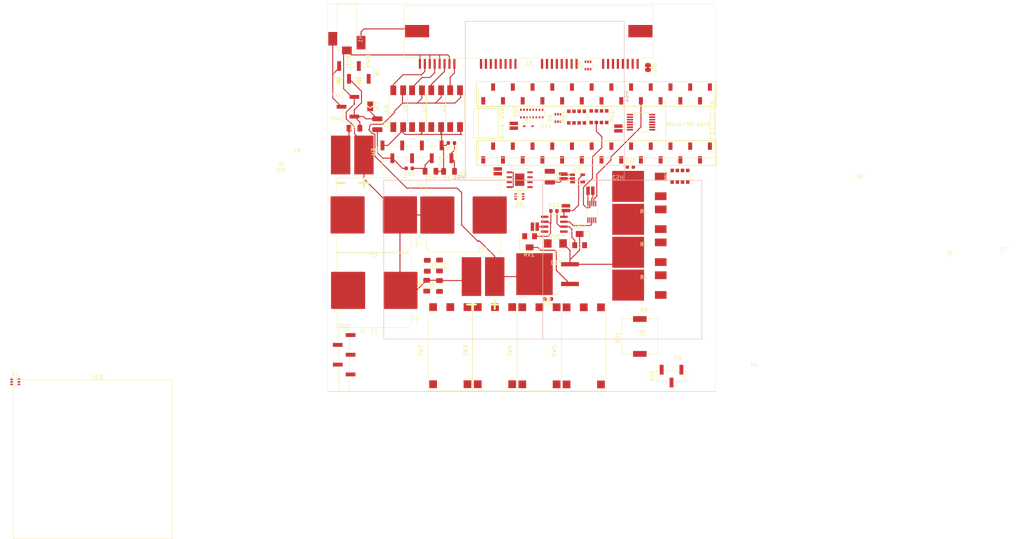
<source format=kicad_pcb>
(kicad_pcb (version 20171130) (host pcbnew "(5.1.6)-1")
  (layers (0 F.Cu mixed) (31 B.Cu mixed) (34 B.Paste user) (35 F.Paste user) (36 B.SilkS user) (37 F.SilkS user) (38 B.Mask user) (39 F.Mask user) (44 Edge.Cuts user))
  (net 0 "")
  (net 1 /Over_temp_alarm2)
  (net 2 GND)
  (net 3 /12V)
  (net 4 /-5V)
  (net 5 "Net-(C13-Pad2)")
  (net 6 /5V)
  (net 7 /-0.25V_analog)
  (net 8 "Net-(C17-Pad1)")
  (net 9 "Net-(C18-Pad2)")
  (net 10 /10V-analog)
  (net 11 /-1.8V-analog)
  (net 12 "Net-(C23-Pad2)")
  (net 13 "Net-(C23-Pad1)")
  (net 14 /3.3V)
  (net 15 /A-D_input_2)
  (net 16 /A-D_input_3)
  (net 17 /A-D_input_4)
  (net 18 "Net-(D5-Pad1)")
  (net 19 "Net-(J3-Pad23)")
  (net 20 "Net-(J3-Pad21)")
  (net 21 "Net-(J3-Pad19)")
  (net 22 /External_thermistor)
  (net 23 "Net-(J3-Pad15)")
  (net 24 "Net-(J3-Pad13)")
  (net 25 "Net-(J3-Pad11)")
  (net 26 "Net-(J3-Pad9)")
  (net 27 /LED4-)
  (net 28 /LED3-)
  (net 29 /LED2-)
  (net 30 /LED1-)
  (net 31 "Net-(JP5-Pad1)")
  (net 32 /Internal_fan_PWM)
  (net 33 "Net-(Q2-Pad1)")
  (net 34 /Toggle_red_LED)
  (net 35 /Toggle_green_LED)
  (net 36 /Resistor_temp_2)
  (net 37 "Net-(RV1-Pad3)")
  (net 38 "Net-(RV2-Pad3)")
  (net 39 /Toggle_switch)
  (net 40 "Net-(U3-Pad5)")
  (net 41 "Net-(U3-Pad3)")
  (net 42 "Net-(U4-Pad2)")
  (net 43 "Net-(U4-Pad4)")
  (net 44 "Net-(U4-Pad6)")
  (net 45 "Net-(U4-Pad7)")
  (net 46 "Net-(U5-Pad4)")
  (net 47 "Net-(U10-Pad8)")
  (net 48 "Net-(U10-Pad5)")
  (net 49 "Net-(U10-Pad1)")
  (net 50 /External_5V_PWM2)
  (net 51 /External_5V_PWM1)
  (net 52 /Over_temp_alarm1)
  (net 53 /5V_fan_PWM)
  (net 54 "Net-(M1-Pad3)")
  (net 55 "Net-(J5-Pad~)")
  (net 56 /External_5V_PWM3)
  (net 57 "Net-(J7-Pad~)")
  (net 58 /Pushbutton_LED)
  (net 59 /Vin)
  (net 60 /A-D_input)
  (net 61 /external_analog)
  (net 62 /Isense)
  (net 63 /LED-)
  (net 64 /Internal_Isense)
  (net 65 /Resistor_temp)
  (net 66 /MOSFET_temp)
  (net 67 /LED_pot)
  (net 68 /Interline_PWM)
  (net 69 /internal_analog)
  (net 70 /OA_input)
  (net 71 /Analog_select)
  (net 72 /A-D_input_1)
  (net 73 "Net-(SW2-Pad4)")
  (net 74 "Net-(SW3-Pad4)")
  (net 75 "Net-(SW4-Pad4)")
  (net 76 "Net-(SW5-Pad4)")
  (net 77 "Net-(RN4-Pad6)")
  (net 78 "Net-(RN4-Pad5)")
  (net 79 "Net-(RN4-Pad8)")
  (net 80 "Net-(RN4-Pad7)")
  (net 81 /Relay3)
  (net 82 /Relay2)
  (net 83 /Relay4)
  (net 84 /Relay1)
  (net 85 "Net-(RN2-Pad6)")
  (net 86 "Net-(RN2-Pad5)")
  (net 87 "Net-(J3-Pad27)")
  (net 88 "Net-(J3-Pad25)")
  (net 89 /Button1)
  (net 90 /Button2)
  (net 91 /Button3)
  (net 92 /Button4)
  (net 93 "Net-(SW1-Pad3)")
  (net 94 /LED1)
  (net 95 /LED2)
  (net 96 /LED3)
  (net 97 /LED4)
  (net 98 /SDA0)
  (net 99 /SCL0)
  (net 100 "Net-(RN2-Pad8)")
  (net 101 "Net-(RN2-Pad7)")
  (module Capacitor_SMD:C_1206_3216Metric (layer F.Cu) (at 43.94 56.08)
    (fp_text reference C4 (at 0 -1.82) (layer F.SilkS))
    (fp_text value 47uF)
    (pad 2 smd roundrect (at 1.4 0) (size 1.25 1.75) (layers F.Cu F.Paste F.Mask) (roundrect_rratio 0.2) (net 3 /12V))
    (pad 1 smd roundrect (at -1.4 0) (size 1.25 1.75) (layers F.Cu F.Paste F.Mask) (roundrect_rratio 0.2) (net 2 GND))
  )
  (module Resistor_SMD:R_Array_Convex_4x1206 (layer F.Cu) (at 127.85 68.47 90)
    (fp_text reference RN2 (at 0 -3.5 90) (layer F.SilkS))
    (fp_text value 150)
    (pad 6 smd rect (at 1.5 0.66 90) (size 0.9 0.9) (layers F.Cu F.Paste F.Mask) (net 85 "Net-(RN2-Pad6)"))
    (pad 5 smd rect (at 1.5 2 90) (size 0.9 0.9) (layers F.Cu F.Paste F.Mask) (net 86 "Net-(RN2-Pad5)"))
    (pad 8 smd rect (at 1.5 -2 90) (size 0.9 0.9) (layers F.Cu F.Paste F.Mask) (net 100 "Net-(RN2-Pad8)"))
    (pad 7 smd rect (at 1.5 -0.66 90) (size 0.9 0.9) (layers F.Cu F.Paste F.Mask) (net 101 "Net-(RN2-Pad7)"))
    (pad 3 smd rect (at -1.5 0.66 90) (size 0.9 0.9) (layers F.Cu F.Paste F.Mask) (net 96 /LED3))
    (pad 2 smd rect (at -1.5 -0.66 90) (size 0.9 0.9) (layers F.Cu F.Paste F.Mask) (net 95 /LED2))
    (pad 4 smd rect (at -1.5 2 90) (size 0.9 0.9) (layers F.Cu F.Paste F.Mask) (net 97 /LED4))
    (pad 1 smd rect (at -1.5 -2 90) (size 0.9 0.9) (layers F.Cu F.Paste F.Mask) (net 94 /LED1))
  )
  (module "Custom Footprints:4-pin_fan_SMD" (layer F.Cu) (at 43.81 41.685 270)
    (fp_text reference M1 (at 0 -6.14 90) (layer F.SilkS))
    (fp_text value Fan_4pin)
    (fp_text user 12V (at -3 1.3 90) (layer F.SilkS))
    (fp_text user PWM (at -3 -3.7 90) (layer F.SilkS))
    (pad 3 smd rect (at -1.655 -1.27 90) (size 2.51 1) (layers F.Cu F.Paste F.Mask) (net 54 "Net-(M1-Pad3)"))
    (pad 1 smd rect (at -1.655 3.81 90) (size 2.51 1) (layers F.Cu F.Paste F.Mask) (net 2 GND))
    (pad 4 smd rect (at 1.655 -3.81 90) (size 2.51 1) (layers F.Cu F.Paste F.Mask) (net 53 /5V_fan_PWM))
    (pad 2 smd rect (at 1.655 1.27 90) (size 2.51 1) (layers F.Cu F.Paste F.Mask) (net 3 /12V))
  )
  (module "Custom Footprints:Wire_Pad" (layer F.Cu) (at 43.39 57.99)
    (fp_text reference J2 (at 0 -2) (layer F.SilkS))
    (fp_text value Conn_01x02_Female)
    (fp_text user + (at 3 12) (layer F.SilkS) (effects (font (size 3 3) (thickness 0.5))))
    (fp_text user - (at -3 12) (layer F.SilkS) (effects (font (size 3 3) (thickness 0.5))))
    (pad 2 smd rect (at 3 5) (size 5 10) (layers F.Cu F.Paste F.Mask) (net 59 /Vin))
    (pad 1 smd rect (at -3 5) (size 5 10) (layers F.Cu F.Paste F.Mask) (net 2 GND))
  )
  (module "Custom Footprints:Wire_Pad" (layer F.Cu) (at 77.11 89.36)
    (fp_text reference JP1 (at 0 -2) (layer F.SilkS))
    (fp_text value "LED wire")
    (fp_text user + (at 3 12) (layer F.SilkS) (effects (font (size 3 3) (thickness 0.5))))
    (fp_text user - (at -3 12) (layer F.SilkS) (effects (font (size 3 3) (thickness 0.5))))
    (pad 2 smd rect (at 3 5) (size 5 10) (layers F.Cu F.Paste F.Mask) (net 63 /LED-))
    (pad 1 smd rect (at -3 5) (size 5 10) (layers F.Cu F.Paste F.Mask) (net 59 /Vin))
  )
  (module "Custom Footprints:DPBW06F-05_with_header" (layer F.Cu) (at 60.06 62.175 90)
    (fp_text reference U3 (at 0 -11.22 90) (layer F.SilkS))
    (fp_text value DPBW06F-05)
    (fp_text user Vout (at -3 6 90) (layer F.SilkS))
    (fp_text user Vin (at -3 -9 90) (layer F.SilkS))
    (pad 7 smd rect (at 1.655 6.35 90) (size 2.51 1) (layers F.Cu F.Paste F.Mask) (net 2 GND))
    (pad 5 smd rect (at 1.655 1.27 90) (size 2.51 1) (layers F.Cu F.Paste F.Mask) (net 40 "Net-(U3-Pad5)"))
    (pad 3 smd rect (at 1.655 -3.81 90) (size 2.51 1) (layers F.Cu F.Paste F.Mask) (net 41 "Net-(U3-Pad3)"))
    (pad 1 smd rect (at 1.655 -8.89 90) (size 2.51 1) (layers F.Cu F.Paste F.Mask) (net 2 GND))
    (pad 8 smd rect (at -1.655 8.89 90) (size 2.51 1) (layers F.Cu F.Paste F.Mask) (net 4 /-5V))
    (pad 6 smd rect (at -1.655 3.81 90) (size 2.51 1) (layers F.Cu F.Paste F.Mask) (net 6 /5V))
    (pad 4 smd rect (at -1.655 -1.27 90) (size 2.51 1) (layers F.Cu F.Paste F.Mask))
    (pad 2 smd rect (at -1.655 -6.35 90) (size 2.51 1) (layers F.Cu F.Paste F.Mask) (net 5 "Net-(C13-Pad2)"))
  )
  (module "Custom Footprints:12V_DC-DC_with_header_2117" (layer F.Cu) (at 42.265 50.54)
    (fp_text reference U1 (at 0 -4.87) (layer F.SilkS))
    (fp_text value "12V boost")
    (fp_text user Vout (at -3 3) (layer F.SilkS))
    (fp_text user Vin (at -3 -3) (layer F.SilkS))
    (pad 3 smd rect (at 1.655 2.54) (size 2.51 1) (layers F.Cu F.Paste F.Mask) (net 3 /12V))
    (pad 1 smd rect (at 1.655 -2.54) (size 2.51 1) (layers F.Cu F.Paste F.Mask) (net 59 /Vin))
    (pad 2 smd rect (at -1.655 0) (size 2.51 1) (layers F.Cu F.Paste F.Mask) (net 2 GND))
  )
  (module Jumper:SolderJumper-2_P1.3mm_Open_TrianglePad1.0x1.5mm (layer F.Cu) (at 48.01 50.435 270)
    (fp_text reference JP2 (at 0 -1.8 90) (layer F.SilkS))
    (fp_text value SolderJumper_2_Open)
    (pad 1 smd custom (at -0.725 0 270) (size 0.3 0.3) (layers F.Cu F.Mask) (net 59 /Vin) (options (clearance outline) (anchor rect)) (primitives (gr_poly (pts (xy -0.5 -0.75) (xy 0.5 -0.75) (xy 1 0) (xy 0.5 0.75) (xy -0.5 0.75)) (width 0))))
    (pad 2 smd custom (at 0.725 0 270) (size 0.3 0.3) (layers F.Cu F.Mask) (net 3 /12V) (options (clearance outline) (anchor rect)) (primitives (gr_poly (pts (xy -0.65 -0.75) (xy 0.5 -0.75) (xy 0.5 0.75) (xy -0.65 0.75) (xy -0.15 0)) (width 0))))
  )
  (module "Custom Footprints:Ref_only" (layer F.Cu) (at 24.84 66.38)
    (fp_text reference J10 (at 0 0.5) (layer F.SilkS))
    (fp_text value Conn_01x08_Female)
  )
  (module "Custom Footprints:Ref_only" (layer F.Cu) (at 29.19 61.33)
    (fp_text reference J9 (at 0 0.5) (layer F.SilkS))
    (fp_text value Conn_01x03_Female)
  )
  (module "Custom Footprints:Ref_only" (layer F.Cu) (at 24.84 64.88)
    (fp_text reference J6 (at 0 0.5) (layer F.SilkS))
    (fp_text value Conn_01x03_Male)
  )
  (module "Custom Footprints:Pot_with_header" (layer F.Cu) (at 125.68 120.04 90)
    (fp_text reference RV3 (at 0 -4.87 90) (layer F.SilkS))
    (fp_text value R_POT)
    (pad "" np_thru_hole circle (at 0 1.27 90) (size 1.2 1.2) (drill 1.2) (layers *.Cu *.Mask))
    (pad "" np_thru_hole circle (at 0 -1.27 90) (size 1.2 1.2) (drill 1.2) (layers *.Cu *.Mask))
    (pad 3 smd rect (at 1.655 2.54 90) (size 2.51 1) (layers F.Cu F.Paste F.Mask) (net 2 GND))
    (pad 1 smd rect (at 1.655 -2.54 90) (size 2.51 1) (layers F.Cu F.Paste F.Mask) (net 14 /3.3V))
    (pad 2 smd rect (at -1.655 0 90) (size 2.51 1) (layers F.Cu F.Paste F.Mask) (net 67 /LED_pot))
  )
  (module "Custom Footprints:Ref_only" (layer F.Cu) (at 117.72 108.93 90)
    (fp_text reference J8 (at 0 0.5 90) (layer F.SilkS))
    (fp_text value Conn_01x03_Female)
  )
  (module "Custom Footprints:1x5_header_SSM-105-L-SV-BE-LC" (layer F.Cu) (at 41.295001 114.525001)
    (fp_text reference SW1 (at 0 -7.41) (layer F.SilkS))
    (fp_text value SW_SPDT)
    (pad "" np_thru_hole circle (at 0 3.81) (size 1.2 1.2) (drill 1.2) (layers *.Cu *.Mask))
    (pad "" np_thru_hole circle (at 0 -3.81) (size 1.2 1.2) (drill 1.2) (layers *.Cu *.Mask))
    (pad 5 smd rect (at 1.655 5.08) (size 2.51 1) (layers F.Cu F.Paste F.Mask))
    (pad 3 smd rect (at 1.655 0) (size 2.51 1) (layers F.Cu F.Paste F.Mask) (net 93 "Net-(SW1-Pad3)"))
    (pad 1 smd rect (at 1.655 -5.08) (size 2.51 1) (layers F.Cu F.Paste F.Mask) (net 2 GND))
    (pad 4 smd rect (at -1.655 2.54) (size 2.51 1) (layers F.Cu F.Paste F.Mask))
    (pad 2 smd rect (at -1.655 -2.54) (size 2.51 1) (layers F.Cu F.Paste F.Mask) (net 39 /Toggle_switch))
  )
  (module "Custom Footprints:Ref_only" (layer F.Cu) (at 46.02 107.9)
    (fp_text reference J4 (at 0 0.5) (layer F.SilkS))
    (fp_text value Conn_01x05_Female)
  )
  (module "Custom Footprints:SMT-0940-T-3V-R_9x9_alarm" (layer F.Cu) (at 122.01 109.81 270)
    (fp_text reference BZ1 (at 0.38 10.08 90) (layer F.SilkS))
    (fp_text value CPT-2016-75-SMT-TR)
    (pad 2 smd rect (at 4.5 4.5 270) (size 1.5 3.5) (layers F.Cu F.Paste F.Mask) (net 1 /Over_temp_alarm2))
    (pad 1 smd rect (at -4.5 4.5 270) (size 1.5 3.5) (layers F.Cu F.Paste F.Mask) (net 52 /Over_temp_alarm1))
  )
  (module "Custom Footprints:2506_8x_R-pack" (layer F.Cu) (at 89.640001 52.3021 90)
    (fp_text reference RN3 (at 0.41 -4.21 90) (layer F.SilkS))
    (fp_text value 4.7k hide)
    (pad 1 smd rect (at -0.9779 -2.799999 90) (size 0.5588 0.4064) (layers F.Cu F.Paste F.Mask) (net 72 /A-D_input_1))
    (pad 2 smd rect (at -0.9779 -1.999999 90) (size 0.5588 0.4064) (layers F.Cu F.Paste F.Mask) (net 15 /A-D_input_2))
    (pad 3 smd rect (at -0.9779 -1.2 90) (size 0.5588 0.4064) (layers F.Cu F.Paste F.Mask) (net 16 /A-D_input_3))
    (pad 4 smd rect (at -0.9779 -0.399999 90) (size 0.5588 0.4064) (layers F.Cu F.Paste F.Mask) (net 17 /A-D_input_4))
    (pad 5 smd rect (at -0.9779 0.399999 90) (size 0.5588 0.4064) (layers F.Cu F.Paste F.Mask) (net 9 "Net-(C18-Pad2)"))
    (pad 6 smd rect (at -0.9779 1.2 90) (size 0.5588 0.4064) (layers F.Cu F.Paste F.Mask) (net 31 "Net-(JP5-Pad1)"))
    (pad 7 smd rect (at -0.9779 2.000001 90) (size 0.5588 0.4064) (layers F.Cu F.Paste F.Mask) (net 66 /MOSFET_temp))
    (pad 8 smd rect (at -0.9779 2.799999 90) (size 0.5588 0.4064) (layers F.Cu F.Paste F.Mask) (net 65 /Resistor_temp))
    (pad 9 smd rect (at 0.9779 2.799999 90) (size 0.5588 0.4064) (layers F.Cu F.Paste F.Mask) (net 14 /3.3V))
    (pad 10 smd rect (at 0.9779 1.999999 90) (size 0.5588 0.4064) (layers F.Cu F.Paste F.Mask) (net 14 /3.3V))
    (pad 11 smd rect (at 0.9779 1.2 90) (size 0.5588 0.4064) (layers F.Cu F.Paste F.Mask) (net 22 /External_thermistor))
    (pad 12 smd rect (at 0.9779 0.399999 90) (size 0.5588 0.4064) (layers F.Cu F.Paste F.Mask) (net 6 /5V))
    (pad 13 smd rect (at 0.9779 -0.399999 90) (size 0.5588 0.4064) (layers F.Cu F.Paste F.Mask) (net 23 "Net-(J3-Pad15)"))
    (pad 14 smd rect (at 0.9779 -1.2 90) (size 0.5588 0.4064) (layers F.Cu F.Paste F.Mask) (net 24 "Net-(J3-Pad13)"))
    (pad 15 smd rect (at 0.9779 -2.000001 90) (size 0.5588 0.4064) (layers F.Cu F.Paste F.Mask) (net 25 "Net-(J3-Pad11)"))
    (pad 16 smd rect (at 0.9779 -2.799999 90) (size 0.5588 0.4064) (layers F.Cu F.Paste F.Mask) (net 26 "Net-(J3-Pad9)"))
  )
  (module Resistor_SMD:R_Array_Convex_4x1206 (layer F.Cu) (at 106.97 53.11 270)
    (fp_text reference RN1 (at 0 -3.5 90) (layer F.SilkS))
    (fp_text value 150)
    (pad 6 smd rect (at 1.5 0.66 270) (size 0.9 0.9) (layers F.Cu F.Paste F.Mask) (net 61 /external_analog))
    (pad 5 smd rect (at 1.5 2 270) (size 0.9 0.9) (layers F.Cu F.Paste F.Mask) (net 62 /Isense))
    (pad 8 smd rect (at 1.5 -2 270) (size 0.9 0.9) (layers F.Cu F.Paste F.Mask) (net 7 /-0.25V_analog))
    (pad 7 smd rect (at 1.5 -0.66 270) (size 0.9 0.9) (layers F.Cu F.Paste F.Mask) (net 2 GND))
    (pad 3 smd rect (at -1.5 0.66 270) (size 0.9 0.9) (layers F.Cu F.Paste F.Mask) (net 88 "Net-(J3-Pad25)"))
    (pad 2 smd rect (at -1.5 -0.66 270) (size 0.9 0.9) (layers F.Cu F.Paste F.Mask) (net 7 /-0.25V_analog))
    (pad 4 smd rect (at -1.5 2 270) (size 0.9 0.9) (layers F.Cu F.Paste F.Mask) (net 87 "Net-(J3-Pad27)"))
    (pad 1 smd rect (at -1.5 -2 270) (size 0.9 0.9) (layers F.Cu F.Paste F.Mask) (net 18 "Net-(D5-Pad1)"))
  )
  (module Resistor_SMD:R_Array_Convex_4x1206 (layer F.Cu) (at 101.2 53.21 90)
    (fp_text reference RN4 (at 0 -3.5 90) (layer F.SilkS))
    (fp_text value R_Pack04)
    (pad 6 smd rect (at 1.5 0.66 90) (size 0.9 0.9) (layers F.Cu F.Paste F.Mask) (net 77 "Net-(RN4-Pad6)"))
    (pad 5 smd rect (at 1.5 2 90) (size 0.9 0.9) (layers F.Cu F.Paste F.Mask) (net 78 "Net-(RN4-Pad5)"))
    (pad 8 smd rect (at 1.5 -2 90) (size 0.9 0.9) (layers F.Cu F.Paste F.Mask) (net 79 "Net-(RN4-Pad8)"))
    (pad 7 smd rect (at 1.5 -0.66 90) (size 0.9 0.9) (layers F.Cu F.Paste F.Mask) (net 80 "Net-(RN4-Pad7)"))
    (pad 3 smd rect (at -1.5 0.66 90) (size 0.9 0.9) (layers F.Cu F.Paste F.Mask) (net 81 /Relay3))
    (pad 2 smd rect (at -1.5 -0.66 90) (size 0.9 0.9) (layers F.Cu F.Paste F.Mask) (net 82 /Relay2))
    (pad 4 smd rect (at -1.5 2 90) (size 0.9 0.9) (layers F.Cu F.Paste F.Mask) (net 83 /Relay4))
    (pad 1 smd rect (at -1.5 -2 90) (size 0.9 0.9) (layers F.Cu F.Paste F.Mask) (net 84 /Relay1))
  )
  (module Capacitor_SMD:CP_Elec_18x22 (layer F.Cu) (at 72.06 78.48)
    (fp_text reference C3 (at 0 -10.55) (layer F.SilkS))
    (fp_text value 7500uF)
    (pad 1 smd roundrect (at -6.75 0) (size 8.8 9.6) (layers F.Cu F.Paste F.Mask) (roundrect_rratio 0.028409) (net 59 /Vin))
    (pad 2 smd roundrect (at 6.75 0) (size 8.8 9.6) (layers F.Cu F.Paste F.Mask) (roundrect_rratio 0.028409) (net 2 GND))
  )
  (module Capacitor_SMD:CP_Elec_18x22 (layer F.Cu) (at 48.93 78.45 180)
    (fp_text reference C2 (at 0 -10.55) (layer F.SilkS))
    (fp_text value 7500uF)
    (pad 2 smd roundrect (at 6.75 0 180) (size 8.8 9.6) (layers F.Cu F.Paste F.Mask) (roundrect_rratio 0.028409) (net 2 GND))
    (pad 1 smd roundrect (at -6.75 0 180) (size 8.8 9.6) (layers F.Cu F.Paste F.Mask) (roundrect_rratio 0.028409) (net 59 /Vin))
  )
  (module Capacitor_SMD:CP_Elec_18x22 (layer F.Cu) (at 49.06 97.91 180)
    (fp_text reference C1 (at 0 -10.55) (layer F.SilkS))
    (fp_text value 7500uF)
    (pad 2 smd roundrect (at 6.75 0 180) (size 8.8 9.6) (layers F.Cu F.Paste F.Mask) (roundrect_rratio 0.028409) (net 2 GND))
    (pad 1 smd roundrect (at -6.75 0 180) (size 8.8 9.6) (layers F.Cu F.Paste F.Mask) (roundrect_rratio 0.028409) (net 59 /Vin))
  )
  (module "Custom Footprints:Pushbutton_LED-ELUMOATHQ3C12" (layer F.Cu) (at 103.06 123.18 90)
    (fp_text reference SW5 (at 9.63 -7.62 90) (layer F.SilkS))
    (fp_text value Pushbutton_with_LED_-_ELUMOATHQ3C12)
    (pad 4 smd rect (at 1 -4.43 90) (size 2 2) (layers F.Cu F.Paste F.Mask) (net 76 "Net-(SW5-Pad4)"))
    (pad 5 smd rect (at 1 4.43 90) (size 2 2) (layers F.Cu F.Paste F.Mask) (net 86 "Net-(RN2-Pad5)"))
    (pad 2 smd rect (at 20.89 0 90) (size 2 2) (layers F.Cu F.Paste F.Mask) (net 2 GND))
    (pad 3 smd rect (at 20.89 -4.43 90) (size 2 2) (layers F.Cu F.Paste F.Mask) (net 92 /Button4))
    (pad 1 smd rect (at 20.89 4.43 90) (size 2 2) (layers F.Cu F.Paste F.Mask) (net 2 GND))
  )
  (module "Custom Footprints:Pushbutton_LED-ELUMOATHQ3C12" (layer F.Cu) (at 91.63 123.16 90)
    (fp_text reference SW4 (at 9.63 -7.62 90) (layer F.SilkS))
    (fp_text value Pushbutton_with_LED_-_ELUMOATHQ3C12)
    (pad 4 smd rect (at 1 -4.43 90) (size 2 2) (layers F.Cu F.Paste F.Mask) (net 75 "Net-(SW4-Pad4)"))
    (pad 5 smd rect (at 1 4.43 90) (size 2 2) (layers F.Cu F.Paste F.Mask) (net 85 "Net-(RN2-Pad6)"))
    (pad 2 smd rect (at 20.89 0 90) (size 2 2) (layers F.Cu F.Paste F.Mask) (net 2 GND))
    (pad 3 smd rect (at 20.89 -4.43 90) (size 2 2) (layers F.Cu F.Paste F.Mask) (net 91 /Button3))
    (pad 1 smd rect (at 20.89 4.43 90) (size 2 2) (layers F.Cu F.Paste F.Mask) (net 2 GND))
  )
  (module "Custom Footprints:Pushbutton_LED-ELUMOATHQ3C12" (layer F.Cu) (at 80.17 123.13 90)
    (fp_text reference SW3 (at 9.63 -7.62 90) (layer F.SilkS))
    (fp_text value Pushbutton_with_LED_-_ELUMOATHQ3C12)
    (pad 4 smd rect (at 1 -4.43 90) (size 2 2) (layers F.Cu F.Paste F.Mask) (net 74 "Net-(SW3-Pad4)"))
    (pad 5 smd rect (at 1 4.43 90) (size 2 2) (layers F.Cu F.Paste F.Mask) (net 101 "Net-(RN2-Pad7)"))
    (pad 2 smd rect (at 20.89 0 90) (size 2 2) (layers F.Cu F.Paste F.Mask) (net 2 GND))
    (pad 3 smd rect (at 20.89 -4.43 90) (size 2 2) (layers F.Cu F.Paste F.Mask) (net 90 /Button2))
    (pad 1 smd rect (at 20.89 4.43 90) (size 2 2) (layers F.Cu F.Paste F.Mask) (net 2 GND))
  )
  (module "Custom Footprints:Pushbutton_LED-ELUMOATHQ3C12" (layer F.Cu) (at 68.65 123.13 90)
    (fp_text reference SW2 (at 9.63 -7.62 90) (layer F.SilkS))
    (fp_text value Pushbutton_with_LED_-_ELUMOATHQ3C12)
    (pad 4 smd rect (at 1 -4.43 90) (size 2 2) (layers F.Cu F.Paste F.Mask) (net 73 "Net-(SW2-Pad4)"))
    (pad 5 smd rect (at 1 4.43 90) (size 2 2) (layers F.Cu F.Paste F.Mask) (net 100 "Net-(RN2-Pad8)"))
    (pad 2 smd rect (at 20.89 0 90) (size 2 2) (layers F.Cu F.Paste F.Mask) (net 2 GND))
    (pad 3 smd rect (at 20.89 -4.43 90) (size 2 2) (layers F.Cu F.Paste F.Mask) (net 89 /Button1))
    (pad 1 smd rect (at 20.89 4.43 90) (size 2 2) (layers F.Cu F.Paste F.Mask) (net 2 GND))
  )
  (module "Custom Footprints:Heatsink_910-40-2-23-2-B-0" (layer F.Cu) (at -43.485687 121.514313)
    (fp_text reference HS3 (at 21.1 -1.2) (layer F.SilkS))
    (fp_text value HS-PCB)
  )
  (module Package_TO_SOT_SMD:SOT-363_SC-70-6 (layer F.Cu) (at -43.485687 121.514313)
    (fp_text reference D7 (at 0 -2) (layer F.SilkS))
    (fp_text value BAT54SDW)
    (pad 6 smd rect (at 0.95 -0.65) (size 0.65 0.4) (layers F.Cu F.Paste F.Mask) (net 62 /Isense))
    (pad 4 smd rect (at 0.95 0.65) (size 0.65 0.4) (layers F.Cu F.Paste F.Mask) (net 2 GND))
    (pad 2 smd rect (at -0.95 0) (size 0.65 0.4) (layers F.Cu F.Paste F.Mask) (net 14 /3.3V))
    (pad 5 smd rect (at 0.95 0) (size 0.65 0.4) (layers F.Cu F.Paste F.Mask) (net 14 /3.3V))
    (pad 3 smd rect (at -0.95 0.65) (size 0.65 0.4) (layers F.Cu F.Paste F.Mask) (net 61 /external_analog))
    (pad 1 smd rect (at -0.95 -0.65) (size 0.65 0.4) (layers F.Cu F.Paste F.Mask) (net 2 GND))
  )
  (module "Custom Footprints:CUI_PJ1-022-SMT-TR" (layer F.Cu) (at 42 30 270)
    (fp_text reference J1 (at -2.807305 -3.768105 90) (layer F.SilkS) (effects (font (size 1.000827 1.000827) (thickness 0.015))))
    (fp_text value Barrel_Jack_Switch)
    (pad 1 smd rect (at 6 0 270) (size 2 2.5) (layers F.Cu F.Paste F.Mask) (net 59 /Vin))
    (pad 3 smd rect (at 4 -3.65 270) (size 3.5 2.3) (layers F.Cu F.Paste F.Mask) (net 2 GND))
    (pad 2 smd rect (at 3 3.65 270) (size 3.5 2.3) (layers F.Cu F.Paste F.Mask) (net 2 GND))
    (pad None np_thru_hole circle (at 2.5 0 270) (size 1.6 1.6) (drill 1.6) (layers *.Cu *.Mask))
    (pad None np_thru_hole circle (at -3 0 270) (size 1.6 1.6) (drill 1.6) (layers *.Cu *.Mask))
  )
  (module "Custom Footprints:SSR-SO-4_7.6x3.6mm_P2.54mm" (layer F.Cu) (at 55.23 51.04 90)
    (fp_text reference U9 (at 0.01 -3.14 90) (layer F.SilkS))
    (fp_text value ASSR-1218)
    (pad 4 smd rect (at 4.75 -1.27 90) (size 2.5 1.5) (layers F.Cu F.Paste F.Mask) (net 30 /LED1-))
    (pad 3 smd rect (at 4.75 1.27 90) (size 2.5 1.5) (layers F.Cu F.Paste F.Mask) (net 63 /LED-))
    (pad 2 smd rect (at -4.75 1.27 90) (size 2.5 1.5) (layers F.Cu F.Paste F.Mask) (net 2 GND))
    (pad 1 smd rect (at -4.75 -1.27 90) (size 2.5 1.5) (layers F.Cu F.Paste F.Mask) (net 78 "Net-(RN4-Pad5)"))
  )
  (module "Custom Footprints:SSR-SO-4_7.6x3.6mm_P2.54mm" (layer F.Cu) (at 60.08 51.04 90)
    (fp_text reference U8 (at 0.01 -3.14 90) (layer F.SilkS))
    (fp_text value ASSR-1218)
    (pad 4 smd rect (at 4.75 -1.27 90) (size 2.5 1.5) (layers F.Cu F.Paste F.Mask) (net 29 /LED2-))
    (pad 3 smd rect (at 4.75 1.27 90) (size 2.5 1.5) (layers F.Cu F.Paste F.Mask) (net 63 /LED-))
    (pad 2 smd rect (at -4.75 1.27 90) (size 2.5 1.5) (layers F.Cu F.Paste F.Mask) (net 2 GND))
    (pad 1 smd rect (at -4.75 -1.27 90) (size 2.5 1.5) (layers F.Cu F.Paste F.Mask) (net 77 "Net-(RN4-Pad6)"))
  )
  (module "Custom Footprints:SSR-SO-4_7.6x3.6mm_P2.54mm" (layer F.Cu) (at 65.01 51.03 90)
    (fp_text reference U7 (at 0.01 -3.14 90) (layer F.SilkS))
    (fp_text value ASSR-1218)
    (pad 4 smd rect (at 4.75 -1.27 90) (size 2.5 1.5) (layers F.Cu F.Paste F.Mask) (net 28 /LED3-))
    (pad 3 smd rect (at 4.75 1.27 90) (size 2.5 1.5) (layers F.Cu F.Paste F.Mask) (net 63 /LED-))
    (pad 2 smd rect (at -4.75 1.27 90) (size 2.5 1.5) (layers F.Cu F.Paste F.Mask) (net 2 GND))
    (pad 1 smd rect (at -4.75 -1.27 90) (size 2.5 1.5) (layers F.Cu F.Paste F.Mask) (net 80 "Net-(RN4-Pad7)"))
  )
  (module "Custom Footprints:SSR-SO-4_7.6x3.6mm_P2.54mm" (layer F.Cu) (at 69.89 51.02 90)
    (fp_text reference U2 (at 0.01 -3.14 90) (layer F.SilkS))
    (fp_text value ASSR-1218)
    (pad 4 smd rect (at 4.75 -1.27 90) (size 2.5 1.5) (layers F.Cu F.Paste F.Mask) (net 27 /LED4-))
    (pad 3 smd rect (at 4.75 1.27 90) (size 2.5 1.5) (layers F.Cu F.Paste F.Mask) (net 63 /LED-))
    (pad 2 smd rect (at -4.75 1.27 90) (size 2.5 1.5) (layers F.Cu F.Paste F.Mask) (net 2 GND))
    (pad 1 smd rect (at -4.75 -1.27 90) (size 2.5 1.5) (layers F.Cu F.Paste F.Mask) (net 79 "Net-(RN4-Pad8)"))
  )
  (module "Custom Footprints:Heatsink_910-40-2-23-2-B-0" (layer B.Cu) (at 113 69 90)
    (fp_text reference HS4 (at 21.1 1.2 -90) (layer B.SilkS) (effects (justify mirror)))
    (fp_text value HS-PCB)
  )
  (module "Custom Footprints:Heatsink_910-40-2-23-2-B-0" (layer B.Cu) (at 92 70 180)
    (fp_text reference HS1 (at 21.1 1.2) (layer B.SilkS) (effects (justify mirror)))
    (fp_text value HS-PCB)
  )
  (module "Custom Footprints:TMUX1204DGSR" (layer F.Cu) (at 105.12 77.66 270)
    (fp_text reference U6 (at -0.46 -2.508 90) (layer F.SilkS) (effects (font (size 0.8 0.8) (thickness 0.015))))
    (fp_text value TMUX1204DGSR)
    (pad 1 smd rect (at -2.15 -1 270) (size 1.47 0.28) (layers F.Cu F.Paste F.Mask) (net 68 /Interline_PWM))
    (pad 2 smd rect (at -2.15 -0.5 270) (size 1.47 0.28) (layers F.Cu F.Paste F.Mask) (net 69 /internal_analog))
    (pad 3 smd rect (at -2.15 0 270) (size 1.47 0.28) (layers F.Cu F.Paste F.Mask) (net 2 GND))
    (pad 4 smd rect (at -2.15 0.5 270) (size 1.47 0.28) (layers F.Cu F.Paste F.Mask) (net 61 /external_analog))
    (pad 5 smd rect (at -2.15 1 270) (size 1.47 0.28) (layers F.Cu F.Paste F.Mask) (net 9 "Net-(C18-Pad2)"))
    (pad 6 smd rect (at 2.15 1 270) (size 1.47 0.28) (layers F.Cu F.Paste F.Mask) (net 9 "Net-(C18-Pad2)"))
    (pad 7 smd rect (at 2.15 0.5 270) (size 1.47 0.28) (layers F.Cu F.Paste F.Mask) (net 7 /-0.25V_analog))
    (pad 8 smd rect (at 2.15 0 270) (size 1.47 0.28) (layers F.Cu F.Paste F.Mask) (net 70 /OA_input))
    (pad 9 smd rect (at 2.15 -0.5 270) (size 1.47 0.28) (layers F.Cu F.Paste F.Mask) (net 7 /-0.25V_analog))
    (pad 10 smd rect (at 2.15 -1 270) (size 1.47 0.28) (layers F.Cu F.Paste F.Mask) (net 71 /Analog_select))
  )
  (module Resistor_SMD:R_0603_1608Metric (layer F.Cu) (at 115.0475 66.06)
    (fp_text reference TH2 (at 0 -1.43) (layer F.SilkS))
    (fp_text value Thermistor)
    (pad 2 smd roundrect (at 0.7875 0) (size 0.875 0.95) (layers F.Cu F.Paste F.Mask) (net 2 GND))
    (pad 1 smd roundrect (at -0.7875 0) (size 0.875 0.95) (layers F.Cu F.Paste F.Mask) (net 65 /Resistor_temp))
  )
  (module "Custom Footprints:TO-252_resistor" (layer F.Cu) (at 118.6 88.08 180)
    (fp_text reference R4 (at 0.07 -6.5) (layer F.SilkS))
    (fp_text value 5)
    (pad 2 smd rect (at -4.3 2.54 180) (size 3 2) (layers F.Cu F.Mask) (net 62 /Isense))
    (pad 1 smd rect (at -4.3 -2.54 180) (size 3 2) (layers F.Cu F.Mask) (net 2 GND))
    (pad 2 smd rect (at 4.1 0 180) (size 8.2 8) (layers F.Cu F.Mask) (net 62 /Isense))
  )
  (module "Custom Footprints:TO-252_resistor" (layer F.Cu) (at 118.6 96.56 180)
    (fp_text reference R3 (at 0.07 -6.5) (layer F.SilkS))
    (fp_text value 5)
    (pad 2 smd rect (at -4.3 2.54 180) (size 3 2) (layers F.Cu F.Mask) (net 62 /Isense))
    (pad 1 smd rect (at -4.3 -2.54 180) (size 3 2) (layers F.Cu F.Mask) (net 2 GND))
    (pad 2 smd rect (at 4.1 0 180) (size 8.2 8) (layers F.Cu F.Mask) (net 62 /Isense))
  )
  (module "Custom Footprints:TO-252_resistor" (layer F.Cu) (at 118.59 71.09 180)
    (fp_text reference R1 (at 0.07 -6.5) (layer F.SilkS))
    (fp_text value 5)
    (pad 2 smd rect (at -4.3 2.54 180) (size 3 2) (layers F.Cu F.Mask) (net 62 /Isense))
    (pad 1 smd rect (at -4.3 -2.54 180) (size 3 2) (layers F.Cu F.Mask) (net 2 GND))
    (pad 2 smd rect (at 4.1 0 180) (size 8.2 8) (layers F.Cu F.Mask) (net 62 /Isense))
  )
  (module "Custom Footprints:RJ45_x4-RJSSE-5380-04" (layer F.Cu) (at 88.88 40.75 180)
    (fp_text reference J3 (at 0 1.39) (layer F.SilkS))
    (fp_text value 8P8C_Shielded_x4)
    (pad "" np_thru_hole circle (at 29.97 14.31 180) (size 2.69 2.69) (drill 2.69) (layers *.Cu *.Mask))
    (pad "" np_thru_hole circle (at -29.97 14.31 180) (size 2.69 2.69) (drill 2.69) (layers *.Cu *.Mask))
    (pad "" np_thru_hole circle (at 0 14.31 180) (size 2.69 2.69) (drill 2.69) (layers *.Cu *.Mask))
    (pad SH smd rect (at -28.78 9.72 180) (size 6.22 3.18) (layers F.Cu F.Paste F.Mask) (net 2 GND))
    (pad SH smd rect (at 28.78 9.72 180) (size 6.22 3.18) (layers F.Cu F.Paste F.Mask) (net 2 GND))
    (pad 32 smd rect (at -28.0625 1.27 180) (size 0.56 2.54) (layers F.Cu F.Paste F.Mask) (net 2 GND))
    (pad 31 smd rect (at -26.7925 1.27 180) (size 0.56 2.54) (layers F.Cu F.Paste F.Mask) (net 98 /SDA0))
    (pad 30 smd rect (at -25.5225 1.27 180) (size 0.56 2.54) (layers F.Cu F.Paste F.Mask) (net 2 GND))
    (pad 29 smd rect (at -24.2525 1.27 180) (size 0.56 2.54) (layers F.Cu F.Paste F.Mask) (net 99 /SCL0))
    (pad 28 smd rect (at -22.9825 1.27 180) (size 0.56 2.54) (layers F.Cu F.Paste F.Mask) (net 2 GND))
    (pad 27 smd rect (at -21.7125 1.27 180) (size 0.56 2.54) (layers F.Cu F.Paste F.Mask) (net 87 "Net-(J3-Pad27)"))
    (pad 26 smd rect (at -20.4425 1.27 180) (size 0.56 2.54) (layers F.Cu F.Paste F.Mask) (net 2 GND))
    (pad 25 smd rect (at -19.1725 1.27 180) (size 0.56 2.54) (layers F.Cu F.Paste F.Mask) (net 88 "Net-(J3-Pad25)"))
    (pad 24 smd rect (at -12.3175 1.27 180) (size 0.56 2.54) (layers F.Cu F.Paste F.Mask) (net 2 GND))
    (pad 23 smd rect (at -11.0475 1.27 180) (size 0.56 2.54) (layers F.Cu F.Paste F.Mask) (net 19 "Net-(J3-Pad23)"))
    (pad 22 smd rect (at -9.7775 1.27 180) (size 0.56 2.54) (layers F.Cu F.Paste F.Mask) (net 2 GND))
    (pad 21 smd rect (at -8.5075 1.27 180) (size 0.56 2.54) (layers F.Cu F.Paste F.Mask) (net 20 "Net-(J3-Pad21)"))
    (pad 20 smd rect (at -7.2375 1.27 180) (size 0.56 2.54) (layers F.Cu F.Paste F.Mask) (net 2 GND))
    (pad 19 smd rect (at -5.9675 1.27 180) (size 0.56 2.54) (layers F.Cu F.Paste F.Mask) (net 21 "Net-(J3-Pad19)"))
    (pad 18 smd rect (at -4.6975 1.27 180) (size 0.56 2.54) (layers F.Cu F.Paste F.Mask) (net 2 GND))
    (pad 17 smd rect (at -3.4275 1.27 180) (size 0.56 2.54) (layers F.Cu F.Paste F.Mask) (net 22 /External_thermistor))
    (pad 16 smd rect (at 3.4275 1.27 180) (size 0.56 2.54) (layers F.Cu F.Paste F.Mask) (net 2 GND))
    (pad 15 smd rect (at 4.6975 1.27 180) (size 0.56 2.54) (layers F.Cu F.Paste F.Mask) (net 23 "Net-(J3-Pad15)"))
    (pad 14 smd rect (at 5.9675 1.27 180) (size 0.56 2.54) (layers F.Cu F.Paste F.Mask) (net 2 GND))
    (pad 13 smd rect (at 7.2375 1.27 180) (size 0.56 2.54) (layers F.Cu F.Paste F.Mask) (net 24 "Net-(J3-Pad13)"))
    (pad 12 smd rect (at 8.5075 1.27 180) (size 0.56 2.54) (layers F.Cu F.Paste F.Mask) (net 2 GND))
    (pad 11 smd rect (at 9.7775 1.27 180) (size 0.56 2.54) (layers F.Cu F.Paste F.Mask) (net 25 "Net-(J3-Pad11)"))
    (pad 10 smd rect (at 11.0475 1.27 180) (size 0.56 2.54) (layers F.Cu F.Paste F.Mask) (net 2 GND))
    (pad 9 smd rect (at 12.3175 1.27 180) (size 0.56 2.54) (layers F.Cu F.Paste F.Mask) (net 26 "Net-(J3-Pad9)"))
    (pad 8 smd rect (at 19.1725 1.27 180) (size 0.56 2.54) (layers F.Cu F.Paste F.Mask) (net 27 /LED4-))
    (pad 7 smd rect (at 20.4425 1.27 180) (size 0.56 2.54) (layers F.Cu F.Paste F.Mask) (net 59 /Vin))
    (pad 6 smd rect (at 21.7125 1.27 180) (size 0.56 2.54) (layers F.Cu F.Paste F.Mask) (net 28 /LED3-))
    (pad 5 smd rect (at 22.9825 1.27 180) (size 0.56 2.54) (layers F.Cu F.Paste F.Mask) (net 59 /Vin))
    (pad 4 smd rect (at 24.2525 1.27 180) (size 0.56 2.54) (layers F.Cu F.Paste F.Mask) (net 29 /LED2-))
    (pad 3 smd rect (at 25.5225 1.27 180) (size 0.56 2.54) (layers F.Cu F.Paste F.Mask) (net 59 /Vin))
    (pad 2 smd rect (at 26.7925 1.27 180) (size 0.56 2.54) (layers F.Cu F.Paste F.Mask) (net 30 /LED1-))
    (pad 1 smd rect (at 28.0625 1.27 180) (size 0.56 2.54) (layers F.Cu F.Paste F.Mask) (net 59 /Vin))
  )
  (module "Custom Footprints:Heatsink_910-40-2-23-2-B-0" (layer B.Cu) (at 133 70 180)
    (fp_text reference HS2 (at 21.1 1.2) (layer B.SilkS) (effects (justify mirror)))
    (fp_text value HS-PCB)
  )
  (module "Custom Footprints:90mm_fan_AFC0912DB-F00" (layer B.Cu) (at 50.48 33.02 270)
    (fp_text reference H1 (at 0 5 90) (layer B.SilkS) (effects (justify mirror)))
    (fp_text value MountingHole)
    (pad "" np_thru_hole circle (at 82.5 0 270) (size 4.5 4.5) (drill 4.5) (layers *.Cu *.Mask))
    (pad "" np_thru_hole circle (at 82.5 -82.5 270) (size 4.5 4.5) (drill 4.5) (layers *.Cu *.Mask))
    (pad "" np_thru_hole circle (at 0 -82.5 270) (size 4.5 4.5) (drill 4.5) (layers *.Cu *.Mask))
    (pad "" np_thru_hole circle (at 0 0 270) (size 4.5 4.5) (drill 4.5) (layers *.Cu *.Mask))
  )
  (module "Custom Footprints:0508_Capacitor" (layer F.Cu) (at 104.77 72.21 180)
    (fp_text reference C18 (at 0.04 -1.75) (layer F.SilkS) (effects (font (size 0.393701 0.393701) (thickness 0.015))))
    (fp_text value 2.2uF)
    (pad 1 smd rect (at -0.61 0 180) (size 0.9 2.17) (layers F.Cu F.Paste F.Mask) (net 2 GND))
    (pad 2 smd rect (at 0.61 0 180) (size 0.9 2.17) (layers F.Cu F.Paste F.Mask) (net 9 "Net-(C18-Pad2)"))
  )
  (module "Custom Footprints:DO-214AA" (layer F.Cu) (at 95.7585 85.81 180)
    (fp_text reference D11 (at -0.24 -4.99) (layer F.SilkS))
    (fp_text value TVS_Diode hide)
    (pad 2 smd rect (at -1.9685 0 270) (size 2.159 1.9558) (layers F.Cu F.Paste F.Mask) (net 62 /Isense))
    (pad 1 smd rect (at 1.9685 0 270) (size 2.159 1.9558) (layers F.Cu F.Paste F.Mask) (net 63 /LED-))
  )
  (module Jumper:SolderJumper-2_P1.3mm_Bridged_RoundedPad1.0x1.5mm (layer F.Cu) (at 119.61 40.42 270)
    (fp_text reference JP5 (at 0 -1.8 90) (layer F.SilkS))
    (fp_text value SolderJumper_2_Bridged)
    (fp_poly (pts (xy 0.25 -0.3) (xy -0.25 -0.3) (xy -0.25 0.3) (xy 0.25 0.3)) (layer F.Cu) (width 0))
    (pad 1 smd custom (at -0.65 0 270) (size 1 0.5) (layers F.Cu F.Mask) (net 31 "Net-(JP5-Pad1)") (options (clearance outline) (anchor rect)) (primitives (gr_circle (center 0 0.25) (end 0.5 0.25) (width 0)) (gr_circle (center 0 -0.25) (end 0.5 -0.25) (width 0)) (gr_poly (pts (xy 0 -0.75) (xy 0.5 -0.75) (xy 0.5 0.75) (xy 0 0.75)) (width 0))))
    (pad 2 smd custom (at 0.65 0 270) (size 1 0.5) (layers F.Cu F.Mask) (net 14 /3.3V) (options (clearance outline) (anchor rect)) (primitives (gr_circle (center 0 0.25) (end 0.5 0.25) (width 0)) (gr_circle (center 0 -0.25) (end 0.5 -0.25) (width 0)) (gr_poly (pts (xy 0 -0.75) (xy -0.5 -0.75) (xy -0.5 0.75) (xy 0 0.75)) (width 0))))
  )
  (module "Custom Footprints:SN74LV4T125" (layer F.Cu) (at 117.83 54.52 180)
    (fp_text reference U16 (at -0.595 -3.435) (layer F.SilkS) (effects (font (thickness 0.015))))
    (fp_text value SN74LV4T125PWR)
    (pad 1 smd rect (at -2.87 -1.95 180) (size 1.57 0.41) (layers F.Cu F.Paste F.Mask) (net 2 GND))
    (pad 2 smd rect (at -2.87 -1.3 180) (size 1.57 0.41) (layers F.Cu F.Paste F.Mask) (net 51 /External_5V_PWM1))
    (pad 3 smd rect (at -2.87 -0.65 180) (size 1.57 0.41) (layers F.Cu F.Paste F.Mask) (net 21 "Net-(J3-Pad19)"))
    (pad 4 smd rect (at -2.87 0 180) (size 1.57 0.41) (layers F.Cu F.Paste F.Mask) (net 2 GND))
    (pad 5 smd rect (at -2.87 0.65 180) (size 1.57 0.41) (layers F.Cu F.Paste F.Mask) (net 50 /External_5V_PWM2))
    (pad 6 smd rect (at -2.87 1.3 180) (size 1.57 0.41) (layers F.Cu F.Paste F.Mask) (net 20 "Net-(J3-Pad21)"))
    (pad 7 smd rect (at -2.87 1.95 180) (size 1.57 0.41) (layers F.Cu F.Paste F.Mask) (net 2 GND))
    (pad 8 smd rect (at 2.87 1.95 180) (size 1.57 0.41) (layers F.Cu F.Paste F.Mask) (net 19 "Net-(J3-Pad23)"))
    (pad 9 smd rect (at 2.87 1.3 180) (size 1.57 0.41) (layers F.Cu F.Paste F.Mask) (net 56 /External_5V_PWM3))
    (pad 10 smd rect (at 2.87 0.65 180) (size 1.57 0.41) (layers F.Cu F.Paste F.Mask) (net 2 GND))
    (pad 11 smd rect (at 2.87 0 180) (size 1.57 0.41) (layers F.Cu F.Paste F.Mask) (net 53 /5V_fan_PWM))
    (pad 12 smd rect (at 2.87 -0.65 180) (size 1.57 0.41) (layers F.Cu F.Paste F.Mask) (net 32 /Internal_fan_PWM))
    (pad 13 smd rect (at 2.87 -1.3 180) (size 1.57 0.41) (layers F.Cu F.Paste F.Mask) (net 2 GND))
    (pad 14 smd rect (at 2.87 -1.95 180) (size 1.57 0.41) (layers F.Cu F.Paste F.Mask) (net 6 /5V))
  )
  (module "Custom Footprints:Teensy_3_6_with_headers" (layer F.Cu) (at 106.36 62.478)
    (fp_text reference U14 (at -13.1 -6.9) (layer F.SilkS))
    (fp_text value Teensy3.6)
    (fp_text user "Micro-SD card" (at 23.49 -7.45 180) (layer F.SilkS))
    (fp_text user Micro-USB (at -24.4 -7.58 90) (layer F.SilkS))
    (pad None np_thru_hole circle (at -27.94 0) (size 1.19 1.19) (drill 1.19) (layers *.Cu *.Mask))
    (pad None np_thru_hole circle (at 27.94 0) (size 1.19 1.19) (drill 1.19) (layers *.Cu *.Mask))
    (pad 24 smd rect (at 29.21 -1.778) (size 1.02 1.905) (layers F.Cu F.Paste) (net 15 /A-D_input_2))
    (pad 23 smd rect (at 26.67 1.778) (size 1.02 1.905) (layers F.Cu F.Paste) (net 72 /A-D_input_1))
    (pad 22 smd rect (at 24.13 -1.778) (size 1.02 1.905) (layers F.Cu F.Paste) (net 50 /External_5V_PWM2))
    (pad 21 smd rect (at 21.59 1.778) (size 1.02 1.905) (layers F.Cu F.Paste) (net 51 /External_5V_PWM1))
    (pad 20 smd rect (at 19.05 -1.778) (size 1.02 1.905) (layers F.Cu F.Paste) (net 39 /Toggle_switch))
    (pad 19 smd rect (at 16.51 1.778) (size 1.02 1.905) (layers F.Cu F.Paste) (net 55 "Net-(J5-Pad~)"))
    (pad 18 smd rect (at 13.97 -1.778) (size 1.02 1.905) (layers F.Cu F.Paste) (net 1 /Over_temp_alarm2))
    (pad 17 smd rect (at 11.43 1.778) (size 1.02 1.905) (layers F.Cu F.Paste) (net 52 /Over_temp_alarm1))
    (pad 16 smd rect (at 8.89 -1.778) (size 1.02 1.905) (layers F.Cu F.Paste) (net 55 "Net-(J5-Pad~)"))
    (pad 15 smd rect (at 6.35 1.778) (size 1.02 1.905) (layers F.Cu F.Paste) (net 14 /3.3V))
    (pad 14 smd rect (at 3.81 -1.778) (size 1.02 1.905) (layers F.Cu F.Paste) (net 55 "Net-(J5-Pad~)"))
    (pad 13 smd rect (at 1.27 1.778) (size 1.02 1.905) (layers F.Cu F.Paste) (net 55 "Net-(J5-Pad~)"))
    (pad 12 smd rect (at -1.27 -1.778) (size 1.02 1.905) (layers F.Cu F.Paste) (net 32 /Internal_fan_PWM))
    (pad 11 smd rect (at -3.81 1.778) (size 1.02 1.905) (layers F.Cu F.Paste) (net 55 "Net-(J5-Pad~)"))
    (pad 10 smd rect (at -6.35 -1.778) (size 1.02 1.905) (layers F.Cu F.Paste) (net 55 "Net-(J5-Pad~)"))
    (pad 9 smd rect (at -8.89 1.778) (size 1.02 1.905) (layers F.Cu F.Paste) (net 55 "Net-(J5-Pad~)"))
    (pad 8 smd rect (at -11.43 -1.778) (size 1.02 1.905) (layers F.Cu F.Paste) (net 55 "Net-(J5-Pad~)"))
    (pad 7 smd rect (at -13.97 1.778) (size 1.02 1.905) (layers F.Cu F.Paste) (net 55 "Net-(J5-Pad~)"))
    (pad 6 smd rect (at -16.51 -1.778) (size 1.02 1.905) (layers F.Cu F.Paste) (net 55 "Net-(J5-Pad~)"))
    (pad 5 smd rect (at -19.05 1.778) (size 1.02 1.905) (layers F.Cu F.Paste) (net 71 /Analog_select))
    (pad 4 smd rect (at -21.59 -1.778) (size 1.02 1.905) (layers F.Cu F.Paste) (net 68 /Interline_PWM))
    (pad 3 smd rect (at -24.13 1.778) (size 1.02 1.905) (layers F.Cu F.Paste) (net 55 "Net-(J5-Pad~)"))
    (pad 2 smd rect (at -26.67 -1.778) (size 1.02 1.905) (layers F.Cu F.Paste) (net 55 "Net-(J5-Pad~)"))
    (pad 1 smd rect (at -29.21 1.778) (size 1.02 1.905) (layers F.Cu F.Paste) (net 2 GND))
    (pad 49 smd rect (at -19.05 -13.462) (size 1.02 1.905) (layers F.Cu F.Paste) (net 34 /Toggle_red_LED))
    (pad 42 smd rect (at -1.27 -17.018) (size 1.02 1.905) (layers F.Cu F.Paste) (net 57 "Net-(J7-Pad~)"))
    (pad 38 smd rect (at 8.89 -17.018) (size 1.02 1.905) (layers F.Cu F.Paste) (net 22 /External_thermistor))
    (pad 36 smd rect (at 13.97 -17.018) (size 1.02 1.905) (layers F.Cu F.Paste) (net 57 "Net-(J7-Pad~)"))
    (pad 32 smd rect (at 24.13 -17.018) (size 1.02 1.905) (layers F.Cu F.Paste) (net 56 /External_5V_PWM3))
    (pad 31 smd rect (at 26.67 -13.462) (size 1.02 1.905) (layers F.Cu F.Paste) (net 17 /A-D_input_4))
    (pad None np_thru_hole circle (at -27.94 -15.24) (size 1.19 1.19) (drill 1.19) (layers *.Cu *.Mask))
    (pad 44 smd rect (at -6.35 -17.018) (size 1.02 1.905) (layers F.Cu F.Paste) (net 57 "Net-(J7-Pad~)"))
    (pad 51 smd rect (at -24.13 -13.462) (size 1.02 1.905) (layers F.Cu F.Paste) (net 14 /3.3V))
    (pad 48 smd rect (at -16.51 -17.018) (size 1.02 1.905) (layers F.Cu F.Paste) (net 57 "Net-(J7-Pad~)"))
    (pad 46 smd rect (at -11.43 -17.018) (size 1.02 1.905) (layers F.Cu F.Paste) (net 99 /SCL0))
    (pad 45 smd rect (at -8.89 -13.462) (size 1.02 1.905) (layers F.Cu F.Paste) (net 98 /SDA0))
    (pad 40 smd rect (at 3.81 -17.018) (size 1.02 1.905) (layers F.Cu F.Paste) (net 57 "Net-(J7-Pad~)"))
    (pad 35 smd rect (at 16.51 -13.462) (size 1.02 1.905) (layers F.Cu F.Paste) (net 58 /Pushbutton_LED))
    (pad 39 smd rect (at 6.35 -13.462) (size 1.02 1.905) (layers F.Cu F.Paste) (net 2 GND))
    (pad 34 smd rect (at 19.05 -17.018) (size 1.02 1.905) (layers F.Cu F.Paste) (net 36 /Resistor_temp_2))
    (pad 53 smd rect (at -29.21 -13.462) (size 1.02 1.905) (layers F.Cu F.Paste) (net 6 /5V))
    (pad 47 smd rect (at -13.97 -13.462) (size 1.02 1.905) (layers F.Cu F.Paste) (net 67 /LED_pot))
    (pad 52 smd rect (at -26.67 -17.018) (size 1.02 1.905) (layers F.Cu F.Paste) (net 2 GND))
    (pad 50 smd rect (at -21.59 -17.018) (size 1.02 1.905) (layers F.Cu F.Paste) (net 35 /Toggle_green_LED))
    (pad None np_thru_hole circle (at 27.94 -15.24) (size 1.19 1.19) (drill 1.19) (layers *.Cu *.Mask))
    (pad 43 smd rect (at -3.81 -13.462) (size 1.02 1.905) (layers F.Cu F.Paste) (net 66 /MOSFET_temp))
    (pad 37 smd rect (at 11.43 -13.462) (size 1.02 1.905) (layers F.Cu F.Paste) (net 69 /internal_analog))
    (pad 33 smd rect (at 21.59 -13.462) (size 1.02 1.905) (layers F.Cu F.Paste) (net 65 /Resistor_temp))
    (pad 30 smd rect (at 29.21 -17.018) (size 1.02 1.905) (layers F.Cu F.Paste) (net 16 /A-D_input_3))
    (pad 41 smd rect (at 1.27 -13.462) (size 1.02 1.905) (layers F.Cu F.Paste) (net 64 /Internal_Isense))
  )
  (module Package_SO:SOIC-8_3.9x4.9mm_P1.27mm (layer F.Cu) (at 95.455 80.845 180)
    (fp_text reference U10 (at 0 -3.4) (layer F.SilkS))
    (fp_text value LT6200CS8-10)
    (pad 8 smd roundrect (at 2.475 -1.905 180) (size 1.95 0.6) (layers F.Cu F.Paste F.Mask) (net 47 "Net-(U10-Pad8)"))
    (pad 7 smd roundrect (at 2.475 -0.635 180) (size 1.95 0.6) (layers F.Cu F.Paste F.Mask) (net 10 /10V-analog))
    (pad 6 smd roundrect (at 2.475 0.635 180) (size 1.95 0.6) (layers F.Cu F.Paste F.Mask) (net 13 "Net-(C23-Pad1)"))
    (pad 5 smd roundrect (at 2.475 1.905 180) (size 1.95 0.6) (layers F.Cu F.Paste F.Mask) (net 48 "Net-(U10-Pad5)"))
    (pad 4 smd roundrect (at -2.475 1.905 180) (size 1.95 0.6) (layers F.Cu F.Paste F.Mask) (net 11 /-1.8V-analog))
    (pad 3 smd roundrect (at -2.475 0.635 180) (size 1.95 0.6) (layers F.Cu F.Paste F.Mask) (net 70 /OA_input))
    (pad 2 smd roundrect (at -2.475 -0.635 180) (size 1.95 0.6) (layers F.Cu F.Paste F.Mask) (net 12 "Net-(C23-Pad2)"))
    (pad 1 smd roundrect (at -2.475 -1.905 180) (size 1.95 0.6) (layers F.Cu F.Paste F.Mask) (net 49 "Net-(U10-Pad1)"))
  )
  (module Package_TO_SOT_SMD:TSOT-23-5 (layer F.Cu) (at 101.49 69.04)
    (fp_text reference U5 (at 0 -2.45) (layer F.SilkS))
    (fp_text value ADP7182AUJZ-1.8-R7)
    (pad 5 smd rect (at 1.31 -0.95) (size 1.22 0.65) (layers F.Cu F.Paste F.Mask) (net 11 /-1.8V-analog))
    (pad 4 smd rect (at 1.31 0.95) (size 1.22 0.65) (layers F.Cu F.Paste F.Mask) (net 46 "Net-(U5-Pad4)"))
    (pad 3 smd rect (at -1.31 0.95) (size 1.22 0.65) (layers F.Cu F.Paste F.Mask) (net 8 "Net-(C17-Pad1)"))
    (pad 2 smd rect (at -1.31 0) (size 1.22 0.65) (layers F.Cu F.Paste F.Mask) (net 8 "Net-(C17-Pad1)"))
    (pad 1 smd rect (at -1.31 -0.95) (size 1.22 0.65) (layers F.Cu F.Paste F.Mask) (net 2 GND))
  )
  (module "Custom Footprints:BDJ0GA5WEFJ-E2" (layer F.Cu) (at 86.537 69.365 180)
    (fp_text reference U4 (at 0.2 -4.1) (layer F.SilkS))
    (fp_text value BDJ0GA5WEFJ-E2 hide)
    (fp_text user * (at -3.1 -2.8) (layer F.SilkS))
    (pad 1 smd rect (at -2.667 -1.905 180) (size 1.3716 0.4826) (layers F.Cu F.Paste F.Mask) (net 10 /10V-analog))
    (pad 2 smd rect (at -2.667 -0.635 180) (size 1.3716 0.4826) (layers F.Cu F.Paste F.Mask) (net 42 "Net-(U4-Pad2)"))
    (pad 3 smd rect (at -2.667 0.635 180) (size 1.3716 0.4826) (layers F.Cu F.Paste F.Mask) (net 2 GND))
    (pad 4 smd rect (at -2.667 1.905 180) (size 1.3716 0.4826) (layers F.Cu F.Paste F.Mask) (net 43 "Net-(U4-Pad4)"))
    (pad 5 smd rect (at 2.667 1.905 180) (size 1.3716 0.4826) (layers F.Cu F.Paste F.Mask) (net 3 /12V))
    (pad 6 smd rect (at 2.667 0.635 180) (size 1.3716 0.4826) (layers F.Cu F.Paste F.Mask) (net 44 "Net-(U4-Pad6)"))
    (pad 7 smd rect (at 2.667 -0.635 180) (size 1.3716 0.4826) (layers F.Cu F.Paste F.Mask) (net 45 "Net-(U4-Pad7)"))
    (pad 8 smd rect (at 2.667 -1.905 180) (size 1.3716 0.4826) (layers F.Cu F.Paste F.Mask) (net 3 /12V))
    (pad EPAD smd rect (at 0 0 180) (size 2.413 3.2004) (layers F.Cu F.Paste F.Mask) (net 2 GND))
  )
  (module Resistor_SMD:R_0603_1608Metric (layer F.Cu) (at 93.9125 100.12 180)
    (fp_text reference TH1 (at 0 -1.43) (layer F.SilkS))
    (fp_text value Thermistor)
    (pad 2 smd roundrect (at 0.7875 0 180) (size 0.875 0.95) (layers F.Cu F.Paste F.Mask) (net 2 GND))
    (pad 1 smd roundrect (at -0.7875 0 180) (size 0.875 0.95) (layers F.Cu F.Paste F.Mask) (net 66 /MOSFET_temp))
  )
  (module "Custom Footprints:3224W-1-502E" (layer F.Cu) (at 102 84.8122)
    (fp_text reference RV2 (at 0.14 -3.3) (layer F.SilkS))
    (fp_text value R_POT_TRIM hide)
    (pad 1 smd rect (at -1.27 1.4478) (size 1.27 1.5494) (layers F.Cu F.Paste F.Mask) (net 12 "Net-(C23-Pad2)"))
    (pad 2 smd rect (at 0 -1.4478) (size 2.0066 1.5494) (layers F.Cu F.Paste F.Mask) (net 62 /Isense))
    (pad 3 smd rect (at 1.27 1.4478) (size 1.27 1.5494) (layers F.Cu F.Paste F.Mask) (net 38 "Net-(RV2-Pad3)"))
  )
  (module "Custom Footprints:3224W-1-502E" (layer F.Cu) (at 89.1 85.3922 180)
    (fp_text reference RV1 (at 0.14 -3.3) (layer F.SilkS))
    (fp_text value R_POT_TRIM hide)
    (pad 1 smd rect (at -1.27 1.4478 180) (size 1.27 1.5494) (layers F.Cu F.Paste F.Mask) (net 13 "Net-(C23-Pad1)"))
    (pad 2 smd rect (at 0 -1.4478 180) (size 2.0066 1.5494) (layers F.Cu F.Paste F.Mask) (net 33 "Net-(Q2-Pad1)"))
    (pad 3 smd rect (at 1.27 1.4478 180) (size 1.27 1.5494) (layers F.Cu F.Paste F.Mask) (net 37 "Net-(RV1-Pad3)"))
  )
  (module "Custom Footprints:TO-252_resistor" (layer F.Cu) (at 118.6 79.58 180)
    (fp_text reference R5 (at 0.07 -6.5) (layer F.SilkS))
    (fp_text value 5)
    (pad 2 smd rect (at -4.3 2.54 180) (size 3 2) (layers F.Cu F.Mask) (net 62 /Isense))
    (pad 1 smd rect (at -4.3 -2.54 180) (size 3 2) (layers F.Cu F.Mask) (net 2 GND))
    (pad 2 smd rect (at 4.1 0 180) (size 8.2 8) (layers F.Cu F.Mask) (net 62 /Isense))
  )
  (module Resistor_SMD:R_1210_3225Metric (layer F.Cu) (at 94.31 68.59 270)
    (fp_text reference R2 (at 0 -2.28 90) (layer F.SilkS))
    (fp_text value 12)
    (pad 2 smd roundrect (at 1.4 0 270) (size 1.25 2.65) (layers F.Cu F.Paste F.Mask) (roundrect_rratio 0.2) (net 8 "Net-(C17-Pad1)"))
    (pad 1 smd roundrect (at -1.4 0 270) (size 1.25 2.65) (layers F.Cu F.Paste F.Mask) (roundrect_rratio 0.2) (net 4 /-5V))
  )
  (module Package_TO_SOT_SMD:TO-263-2 (layer F.Cu) (at 93.73 93.725 180)
    (fp_text reference Q2 (at 0 -6.65) (layer F.SilkS))
    (fp_text value SUM70060E)
    (pad 2 smd rect (at 3.375 0 180) (size 9.4 10.8) (layers F.Cu F.Mask) (net 63 /LED-))
    (pad 3 smd rect (at -5.775 2.54 180) (size 4.6 1.1) (layers F.Cu F.Paste F.Mask) (net 62 /Isense))
    (pad 1 smd rect (at -5.775 -2.54 180) (size 4.6 1.1) (layers F.Cu F.Paste F.Mask) (net 33 "Net-(Q2-Pad1)"))
  )
  (module Inductor_SMD:L_1210_3225Metric (layer F.Cu) (at 49.85 55.06 270)
    (fp_text reference L1 (at 0 -2.28 90) (layer F.SilkS))
    (fp_text value 10uH)
    (pad 2 smd roundrect (at 1.4 0 270) (size 1.25 2.65) (layers F.Cu F.Paste F.Mask) (roundrect_rratio 0.2) (net 5 "Net-(C13-Pad2)"))
    (pad 1 smd roundrect (at -1.4 0 270) (size 1.25 2.65) (layers F.Cu F.Paste F.Mask) (roundrect_rratio 0.2) (net 3 /12V))
  )
  (module "Custom Footprints:Ref_only" (layer F.Cu) (at 151.38 161.77)
    (fp_text reference J7 (at 59.77 -74.32) (layer F.SilkS))
    (fp_text value Conn_01x24_Female)
  )
  (module "Custom Footprints:Ref_only" (layer F.Cu) (at 216.29 93.96)
    (fp_text reference J5 (at -19.04 -5.635) (layer F.SilkS))
    (fp_text value Conn_01x24_Female)
  )
  (module "Custom Footprints:Ref_only" (layer F.Cu) (at 155.88 161.77)
    (fp_text reference H4 (at -8.83 -44.595) (layer F.SilkS))
    (fp_text value MountingHole)
  )
  (module "Custom Footprints:Ref_only" (layer F.Cu) (at 154.38 161.77)
    (fp_text reference H3 (at -27.13 -46.445) (layer F.SilkS))
    (fp_text value MountingHole)
  )
  (module "Custom Footprints:Ref_only" (layer F.Cu) (at 152.88 161.77)
    (fp_text reference H2 (at 21.07 -93.27) (layer F.SilkS))
    (fp_text value MountingHole)
  )
  (module Package_TO_SOT_SMD:SOT-363_SC-70-6 (layer F.Cu) (at 86.47 73.68 180)
    (fp_text reference D6 (at 0 -2) (layer F.SilkS))
    (fp_text value BAT54SDW)
    (pad 6 smd rect (at 0.95 -0.65 180) (size 0.65 0.4) (layers F.Cu F.Paste F.Mask) (net 11 /-1.8V-analog))
    (pad 4 smd rect (at 0.95 0.65 180) (size 0.65 0.4) (layers F.Cu F.Paste F.Mask) (net 2 GND))
    (pad 2 smd rect (at -0.95 0 180) (size 0.65 0.4) (layers F.Cu F.Paste F.Mask) (net 2 GND))
    (pad 5 smd rect (at 0.95 0 180) (size 0.65 0.4) (layers F.Cu F.Paste F.Mask) (net 3 /12V))
    (pad 3 smd rect (at -0.95 0.65 180) (size 0.65 0.4) (layers F.Cu F.Paste F.Mask) (net 10 /10V-analog))
    (pad 1 smd rect (at -0.95 -0.65 180) (size 0.65 0.4) (layers F.Cu F.Paste F.Mask) (net 8 "Net-(C17-Pad1)"))
  )
  (module Diode_SMD:D_SOD-323 (layer F.Cu) (at 88.79 55.55)
    (fp_text reference D5 (at 0 -1.85) (layer F.SilkS))
    (fp_text value D_Zener)
    (pad 2 smd rect (at 1.05 0) (size 0.6 0.45) (layers F.Cu F.Paste F.Mask) (net 4 /-5V))
    (pad 1 smd rect (at -1.05 0) (size 0.6 0.45) (layers F.Cu F.Paste F.Mask) (net 18 "Net-(D5-Pad1)"))
  )
  (module Package_TO_SOT_SMD:SOT-363_SC-70-6 (layer F.Cu) (at 96.39 53.44 90)
    (fp_text reference D4 (at 0 -2 90) (layer F.SilkS))
    (fp_text value BAT54SDW)
    (pad 6 smd rect (at 0.95 -0.65 90) (size 0.65 0.4) (layers F.Cu F.Paste F.Mask) (net 16 /A-D_input_3))
    (pad 4 smd rect (at 0.95 0.65 90) (size 0.65 0.4) (layers F.Cu F.Paste F.Mask) (net 2 GND))
    (pad 2 smd rect (at -0.95 0 90) (size 0.65 0.4) (layers F.Cu F.Paste F.Mask) (net 14 /3.3V))
    (pad 5 smd rect (at 0.95 0 90) (size 0.65 0.4) (layers F.Cu F.Paste F.Mask) (net 14 /3.3V))
    (pad 3 smd rect (at -0.95 0.65 90) (size 0.65 0.4) (layers F.Cu F.Paste F.Mask) (net 17 /A-D_input_4))
    (pad 1 smd rect (at -0.95 -0.65 90) (size 0.65 0.4) (layers F.Cu F.Paste F.Mask) (net 2 GND))
  )
  (module Package_TO_SOT_SMD:SOT-363_SC-70-6 (layer F.Cu) (at 104.16 39.89 90)
    (fp_text reference D2 (at 0 -2 90) (layer F.SilkS))
    (fp_text value BAT54SDW)
    (pad 6 smd rect (at 0.95 -0.65 90) (size 0.65 0.4) (layers F.Cu F.Paste F.Mask) (net 60 /A-D_input))
    (pad 4 smd rect (at 0.95 0.65 90) (size 0.65 0.4) (layers F.Cu F.Paste F.Mask) (net 2 GND))
    (pad 2 smd rect (at -0.95 0 90) (size 0.65 0.4) (layers F.Cu F.Paste F.Mask) (net 14 /3.3V))
    (pad 5 smd rect (at 0.95 0 90) (size 0.65 0.4) (layers F.Cu F.Paste F.Mask) (net 14 /3.3V))
    (pad 3 smd rect (at -0.95 0.65 90) (size 0.65 0.4) (layers F.Cu F.Paste F.Mask) (net 15 /A-D_input_2))
    (pad 1 smd rect (at -0.95 -0.65 90) (size 0.65 0.4) (layers F.Cu F.Paste F.Mask) (net 2 GND))
  )
  (module "Custom Footprints:0508_Capacitor" (layer F.Cu) (at 111.98 56.15 90)
    (fp_text reference C37 (at 0.04 -1.75 90) (layer F.SilkS) (effects (font (size 0.393701 0.393701) (thickness 0.015))))
    (fp_text value 2.2uF)
    (pad 1 smd rect (at -0.61 0 90) (size 0.9 2.17) (layers F.Cu F.Paste F.Mask) (net 6 /5V))
    (pad 2 smd rect (at 0.61 0 90) (size 0.9 2.17) (layers F.Cu F.Paste F.Mask) (net 2 GND))
  )
  (module "Custom Footprints:0508_Capacitor" (layer F.Cu) (at 80.9 67.21 270)
    (fp_text reference C34 (at 0.04 -1.75 90) (layer F.SilkS) (effects (font (size 0.393701 0.393701) (thickness 0.015))))
    (fp_text value 2.2uF)
    (pad 1 smd rect (at -0.61 0 270) (size 0.9 2.17) (layers F.Cu F.Paste F.Mask) (net 3 /12V))
    (pad 2 smd rect (at 0.61 0 270) (size 0.9 2.17) (layers F.Cu F.Paste F.Mask) (net 2 GND))
  )
  (module Capacitor_SMD:C_0603_1608Metric (layer F.Cu) (at 95.3625 77.41)
    (fp_text reference C23 (at 0 -1.43) (layer F.SilkS))
    (fp_text value 2200pF)
    (pad 2 smd roundrect (at 0.7875 0) (size 0.875 0.95) (layers F.Cu F.Paste F.Mask) (net 12 "Net-(C23-Pad2)"))
    (pad 1 smd roundrect (at -0.7875 0) (size 0.875 0.95) (layers F.Cu F.Paste F.Mask) (net 13 "Net-(C23-Pad1)"))
  )
  (module "Custom Footprints:0508_Capacitor" (layer F.Cu) (at 98.45 76.71 270)
    (fp_text reference C20 (at 0.04 -1.75 90) (layer F.SilkS) (effects (font (size 0.393701 0.393701) (thickness 0.015))))
    (fp_text value 2.2uF)
    (pad 2 smd rect (at 0.61 0 270) (size 0.9 2.17) (layers F.Cu F.Paste F.Mask) (net 11 /-1.8V-analog))
    (pad 1 smd rect (at -0.61 0 270) (size 0.9 2.17) (layers F.Cu F.Paste F.Mask) (net 2 GND))
  )
  (module "Custom Footprints:0508_Capacitor" (layer F.Cu) (at 90.44 81.49 180)
    (fp_text reference C19 (at 0.04 -1.75) (layer F.SilkS) (effects (font (size 0.393701 0.393701) (thickness 0.015))))
    (fp_text value 2.2uF)
    (pad 1 smd rect (at -0.61 0 180) (size 0.9 2.17) (layers F.Cu F.Paste F.Mask) (net 10 /10V-analog))
    (pad 2 smd rect (at 0.61 0 180) (size 0.9 2.17) (layers F.Cu F.Paste F.Mask) (net 2 GND))
  )
  (module "Custom Footprints:0508_Capacitor" (layer F.Cu) (at 97.77 68.53 90)
    (fp_text reference C17 (at 0.04 -1.75 90) (layer F.SilkS) (effects (font (size 0.393701 0.393701) (thickness 0.015))))
    (fp_text value 2.2uF)
    (pad 1 smd rect (at -0.61 0 90) (size 0.9 2.17) (layers F.Cu F.Paste F.Mask) (net 8 "Net-(C17-Pad1)"))
    (pad 2 smd rect (at 0.61 0 90) (size 0.9 2.17) (layers F.Cu F.Paste F.Mask) (net 2 GND))
  )
  (module "Custom Footprints:0508_Capacitor" (layer F.Cu) (at 85.02 55.45 270)
    (fp_text reference C16 (at 0.04 -1.75 90) (layer F.SilkS) (effects (font (size 0.393701 0.393701) (thickness 0.015))))
    (fp_text value 2.2uF)
    (pad 1 smd rect (at -0.61 0 270) (size 0.9 2.17) (layers F.Cu F.Paste F.Mask) (net 7 /-0.25V_analog))
    (pad 2 smd rect (at 0.61 0 270) (size 0.9 2.17) (layers F.Cu F.Paste F.Mask) (net 2 GND))
  )
  (module Capacitor_SMD:C_1206_3216Metric (layer F.Cu) (at 63.55 67.19 180)
    (fp_text reference C15 (at 0 -1.82) (layer F.SilkS))
    (fp_text value 47uF)
    (pad 2 smd roundrect (at 1.4 0 180) (size 1.25 1.75) (layers F.Cu F.Paste F.Mask) (roundrect_rratio 0.2) (net 6 /5V))
    (pad 1 smd roundrect (at -1.4 0 180) (size 1.25 1.75) (layers F.Cu F.Paste F.Mask) (roundrect_rratio 0.2) (net 2 GND))
  )
  (module Capacitor_SMD:C_1206_3216Metric (layer F.Cu) (at 68.33 67.22 180)
    (fp_text reference C14 (at 0 -1.82) (layer F.SilkS))
    (fp_text value 47uF)
    (pad 2 smd roundrect (at 1.4 0 180) (size 1.25 1.75) (layers F.Cu F.Paste F.Mask) (roundrect_rratio 0.2) (net 2 GND))
    (pad 1 smd roundrect (at -1.4 0 180) (size 1.25 1.75) (layers F.Cu F.Paste F.Mask) (roundrect_rratio 0.2) (net 4 /-5V))
  )
  (module Capacitor_SMD:C_0603_1608Metric (layer F.Cu) (at 58.0675 66.44 180)
    (fp_text reference C13 (at 0 -1.43) (layer F.SilkS))
    (fp_text value 2200pF)
    (pad 2 smd roundrect (at 0.7875 0 180) (size 0.875 0.95) (layers F.Cu F.Paste F.Mask) (net 5 "Net-(C13-Pad2)"))
    (pad 1 smd roundrect (at -0.7875 0 180) (size 0.875 0.95) (layers F.Cu F.Paste F.Mask) (net 6 /5V))
  )
  (module Capacitor_SMD:C_0603_1608Metric (layer F.Cu) (at 68.9425 59.89 180)
    (fp_text reference C12 (at 0 -1.43) (layer F.SilkS))
    (fp_text value 2200pF)
    (pad 2 smd roundrect (at 0.7875 0 180) (size 0.875 0.95) (layers F.Cu F.Paste F.Mask) (net 2 GND))
    (pad 1 smd roundrect (at -0.7875 0 180) (size 0.875 0.95) (layers F.Cu F.Paste F.Mask) (net 4 /-5V))
  )
  (module Capacitor_SMD:C_1206_3216Metric (layer F.Cu) (at 62.57 96.71 90)
    (fp_text reference C8 (at 0 -1.82 90) (layer F.SilkS))
    (fp_text value 47uF)
    (pad 2 smd roundrect (at 1.4 0 90) (size 1.25 1.75) (layers F.Cu F.Paste F.Mask) (roundrect_rratio 0.2) (net 59 /Vin))
    (pad 1 smd roundrect (at -1.4 0 90) (size 1.25 1.75) (layers F.Cu F.Paste F.Mask) (roundrect_rratio 0.2) (net 2 GND))
  )
  (module Capacitor_SMD:C_1206_3216Metric (layer F.Cu) (at 65.87 91.5 270)
    (fp_text reference C7 (at 0 -1.82 90) (layer F.SilkS))
    (fp_text value 47uF)
    (pad 2 smd roundrect (at 1.4 0 270) (size 1.25 1.75) (layers F.Cu F.Paste F.Mask) (roundrect_rratio 0.2) (net 59 /Vin))
    (pad 1 smd roundrect (at -1.4 0 270) (size 1.25 1.75) (layers F.Cu F.Paste F.Mask) (roundrect_rratio 0.2) (net 2 GND))
  )
  (module Capacitor_SMD:C_1206_3216Metric (layer F.Cu) (at 65.87 96.79 90)
    (fp_text reference C6 (at 0 -1.82 90) (layer F.SilkS))
    (fp_text value 47uF)
    (pad 2 smd roundrect (at 1.4 0 90) (size 1.25 1.75) (layers F.Cu F.Paste F.Mask) (roundrect_rratio 0.2) (net 59 /Vin))
    (pad 1 smd roundrect (at -1.4 0 90) (size 1.25 1.75) (layers F.Cu F.Paste F.Mask) (roundrect_rratio 0.2) (net 2 GND))
  )
  (module Capacitor_SMD:C_1206_3216Metric (layer F.Cu) (at 62.73 91.56 270)
    (fp_text reference C5 (at 0 -1.82 90) (layer F.SilkS))
    (fp_text value 47uF)
    (pad 2 smd roundrect (at 1.4 0 270) (size 1.25 1.75) (layers F.Cu F.Paste F.Mask) (roundrect_rratio 0.2) (net 59 /Vin))
    (pad 1 smd roundrect (at -1.4 0 270) (size 1.25 1.75) (layers F.Cu F.Paste F.Mask) (roundrect_rratio 0.2) (net 2 GND))
  )
  (gr_line (start 137 124) (end 37 124) (layer Edge.Cuts) (width 0.15))
  (gr_line (start 37 24) (end 37 124) (layer Edge.Cuts) (width 0.05))
  (gr_line (start 137 24) (end 137 124) (layer Edge.Cuts) (width 0.05))
  (gr_line (start 37 24) (end 137 24) (layer Edge.Cuts) (width 0.05))
  (segment (start 38.35 48.28) (end 40.61 50.54) (width 0.25) (layer F.Cu) (net 2))
  (segment (start 40 40.54) (end 38.35 42.19) (width 0.25) (layer F.Cu) (net 2))
  (segment (start 40 40.03) (end 40 40.54) (width 0.25) (layer F.Cu) (net 2))
  (segment (start 38.35 33) (end 38.35 42.19) (width 0.25) (layer F.Cu) (net 2))
  (segment (start 38.35 42.19) (end 38.35 48.28) (width 0.25) (layer F.Cu) (net 2))
  (segment (start 45.65 34) (end 45.65 31.22) (width 0.25) (layer F.Cu) (net 2))
  (segment (start 59.514999 30.444999) (end 60.1 31.03) (width 0.25) (layer F.Cu) (net 2))
  (segment (start 46.425001 30.444999) (end 59.514999 30.444999) (width 0.25) (layer F.Cu) (net 2))
  (segment (start 45.65 31.22) (end 46.425001 30.444999) (width 0.25) (layer F.Cu) (net 2))
  (segment (start 66.9 67.19) (end 66.93 67.22) (width 0.25) (layer F.Cu) (net 2))
  (segment (start 64.95 67.19) (end 66.9 67.19) (width 0.25) (layer F.Cu) (net 2))
  (segment (start 67.525 60.52) (end 68.155 59.89) (width 0.25) (layer F.Cu) (net 2))
  (segment (start 66.41 60.52) (end 67.525 60.52) (width 0.25) (layer F.Cu) (net 2))
  (segment (start 51.17 60.52) (end 52.56 60.52) (width 0.25) (layer F.Cu) (net 2))
  (segment (start 56.33 56.75) (end 56.33 55.77) (width 0.25) (layer F.Cu) (net 2))
  (segment (start 52.56 60.52) (end 56.33 56.75) (width 0.25) (layer F.Cu) (net 2))
  (segment (start 56.33 55.77) (end 56.33 57.05) (width 0.25) (layer F.Cu) (net 2))
  (segment (start 56.33 57.05) (end 56.98 57.7) (width 0.25) (layer F.Cu) (net 2))
  (segment (start 56.98 57.7) (end 60.93 57.7) (width 0.25) (layer F.Cu) (net 2))
  (segment (start 61.33 57.3) (end 61.33 55.77) (width 0.25) (layer F.Cu) (net 2))
  (segment (start 60.93 57.7) (end 61.33 57.3) (width 0.25) (layer F.Cu) (net 2))
  (segment (start 71.33 57.49) (end 71.33 55.77) (width 0.25) (layer F.Cu) (net 2))
  (segment (start 71.54 57.7) (end 71.33 57.49) (width 0.25) (layer F.Cu) (net 2))
  (segment (start 66.23 55.87) (end 66.33 55.77) (width 0.25) (layer F.Cu) (net 2))
  (segment (start 66.23 57.7) (end 71.54 57.7) (width 0.25) (layer F.Cu) (net 2))
  (segment (start 66.23 57.7) (end 66.23 55.87) (width 0.25) (layer F.Cu) (net 2))
  (segment (start 60.93 57.7) (end 66.23 57.7) (width 0.25) (layer F.Cu) (net 2))
  (segment (start 66.41 55.85) (end 66.33 55.77) (width 0.25) (layer F.Cu) (net 2))
  (segment (start 66.41 60.52) (end 66.41 55.85) (width 0.25) (layer F.Cu) (net 2))
  (segment (start 66.93 61.04) (end 66.41 60.52) (width 0.25) (layer F.Cu) (net 2))
  (segment (start 66.93 67.22) (end 66.93 61.04) (width 0.25) (layer F.Cu) (net 2))
  (segment (start 105.12 75.51) (end 105.12 74.17) (width 0.25) (layer F.Cu) (net 2))
  (segment (start 105.38 73.91) (end 105.38 72.21) (width 0.25) (layer F.Cu) (net 2))
  (segment (start 105.12 74.17) (end 105.38 73.91) (width 0.25) (layer F.Cu) (net 2))
  (segment (start 97.94 68.09) (end 97.77 67.92) (width 0.25) (layer F.Cu) (net 2))
  (segment (start 100.18 68.09) (end 97.94 68.09) (width 0.25) (layer F.Cu) (net 2))
  (segment (start 42.54 60.84) (end 40.39 62.99) (width 0.25) (layer F.Cu) (net 2))
  (segment (start 42.54 56.08) (end 42.54 60.84) (width 0.25) (layer F.Cu) (net 2))
  (segment (start 43.92 53.08) (end 46.3 53.08) (width 0.25) (layer F.Cu) (net 3))
  (segment (start 46.88 53.66) (end 49.85 53.66) (width 0.25) (layer F.Cu) (net 3))
  (segment (start 46.3 53.08) (end 46.88 53.66) (width 0.25) (layer F.Cu) (net 3))
  (segment (start 48.01 51.82) (end 49.85 53.66) (width 0.25) (layer F.Cu) (net 3))
  (segment (start 48.01 51.16) (end 48.01 51.82) (width 0.25) (layer F.Cu) (net 3))
  (segment (start 43.92 53.08) (end 43.92 51.34) (width 0.25) (layer F.Cu) (net 3))
  (segment (start 43.92 51.34) (end 45.77 49.49) (width 0.25) (layer F.Cu) (net 3))
  (segment (start 45.77 46.57) (end 42.54 43.34) (width 0.25) (layer F.Cu) (net 3))
  (segment (start 45.77 49.49) (end 45.77 46.57) (width 0.25) (layer F.Cu) (net 3))
  (segment (start 84.8058 71.27) (end 83.87 71.27) (width 0.25) (layer F.Cu) (net 3))
  (segment (start 84.880801 67.535001) (end 84.880801 71.194999) (width 0.25) (layer F.Cu) (net 3))
  (segment (start 84.880801 71.194999) (end 84.8058 71.27) (width 0.25) (layer F.Cu) (net 3))
  (segment (start 84.8058 67.46) (end 84.880801 67.535001) (width 0.25) (layer F.Cu) (net 3))
  (segment (start 83.87 67.46) (end 84.8058 67.46) (width 0.25) (layer F.Cu) (net 3))
  (segment (start 45.34 54.5) (end 43.92 53.08) (width 0.25) (layer F.Cu) (net 3))
  (segment (start 45.34 56.08) (end 45.34 54.5) (width 0.25) (layer F.Cu) (net 3))
  (segment (start 69.73 64.61) (end 68.95 63.83) (width 0.25) (layer F.Cu) (net 4))
  (segment (start 69.73 67.22) (end 69.73 64.61) (width 0.25) (layer F.Cu) (net 4))
  (segment (start 68.95 63.83) (end 68.95 62.51) (width 0.25) (layer F.Cu) (net 4))
  (segment (start 69.73 61.73) (end 69.73 59.89) (width 0.25) (layer F.Cu) (net 4))
  (segment (start 68.95 62.51) (end 69.73 61.73) (width 0.25) (layer F.Cu) (net 4))
  (segment (start 49.85 56.46) (end 49.85 62.39) (width 0.25) (layer F.Cu) (net 5))
  (segment (start 51.29 63.83) (end 53.71 63.83) (width 0.25) (layer F.Cu) (net 5))
  (segment (start 49.85 62.39) (end 51.29 63.83) (width 0.25) (layer F.Cu) (net 5))
  (segment (start 56.32 66.44) (end 53.71 63.83) (width 0.25) (layer F.Cu) (net 5))
  (segment (start 57.28 66.44) (end 56.32 66.44) (width 0.25) (layer F.Cu) (net 5))
  (segment (start 61.4 66.44) (end 62.15 67.19) (width 0.25) (layer F.Cu) (net 6))
  (segment (start 58.855 66.44) (end 61.4 66.44) (width 0.25) (layer F.Cu) (net 6))
  (segment (start 62.15 65.55) (end 63.87 63.83) (width 0.25) (layer F.Cu) (net 6))
  (segment (start 62.15 67.19) (end 62.15 65.55) (width 0.25) (layer F.Cu) (net 6))
  (segment (start 97.87 69.04) (end 97.77 69.14) (width 0.25) (layer F.Cu) (net 8))
  (segment (start 100.18 69.04) (end 97.87 69.04) (width 0.25) (layer F.Cu) (net 8))
  (segment (start 96.92 69.99) (end 97.77 69.14) (width 0.25) (layer F.Cu) (net 8))
  (segment (start 94.31 69.99) (end 96.92 69.99) (width 0.25) (layer F.Cu) (net 8))
  (segment (start 104.12 72.25) (end 104.16 72.21) (width 0.25) (layer F.Cu) (net 9))
  (segment (start 104.12 75.51) (end 104.12 72.25) (width 0.25) (layer F.Cu) (net 9))
  (segment (start 92.97 81.49) (end 92.98 81.48) (width 0.25) (layer F.Cu) (net 10))
  (segment (start 91.05 81.49) (end 92.97 81.49) (width 0.25) (layer F.Cu) (net 10))
  (segment (start 97.93 77.84) (end 98.45 77.32) (width 0.25) (layer F.Cu) (net 11))
  (segment (start 97.93 78.94) (end 97.93 77.84) (width 0.25) (layer F.Cu) (net 11))
  (segment (start 102.8 68.09) (end 101.73 69.16) (width 0.25) (layer F.Cu) (net 11))
  (segment (start 101.73 69.16) (end 101.73 75.91) (width 0.25) (layer F.Cu) (net 11))
  (segment (start 100.32 77.32) (end 98.45 77.32) (width 0.25) (layer F.Cu) (net 11))
  (segment (start 101.73 75.91) (end 100.32 77.32) (width 0.25) (layer F.Cu) (net 11))
  (segment (start 100.73 86.26) (end 100.73 84.99) (width 0.25) (layer F.Cu) (net 12))
  (segment (start 100.73 84.99) (end 99.99 84.25) (width 0.25) (layer F.Cu) (net 12))
  (segment (start 99.99 84.25) (end 99.99 82.14) (width 0.25) (layer F.Cu) (net 12))
  (segment (start 99.33 81.48) (end 97.93 81.48) (width 0.25) (layer F.Cu) (net 12))
  (segment (start 99.99 82.14) (end 99.33 81.48) (width 0.25) (layer F.Cu) (net 12))
  (segment (start 96.15 80.675) (end 96.955 81.48) (width 0.25) (layer F.Cu) (net 12))
  (segment (start 96.955 81.48) (end 97.93 81.48) (width 0.25) (layer F.Cu) (net 12))
  (segment (start 96.15 77.41) (end 96.15 80.675) (width 0.25) (layer F.Cu) (net 12))
  (segment (start 90.37 83.9444) (end 93.8356 83.9444) (width 0.25) (layer F.Cu) (net 13))
  (segment (start 93.8356 83.9444) (end 94.5 83.28) (width 0.25) (layer F.Cu) (net 13))
  (segment (start 93.955 80.21) (end 92.98 80.21) (width 0.25) (layer F.Cu) (net 13))
  (segment (start 94.5 80.755) (end 93.955 80.21) (width 0.25) (layer F.Cu) (net 13))
  (segment (start 94.5 83.28) (end 94.5 80.755) (width 0.25) (layer F.Cu) (net 13))
  (segment (start 94.575 80.68) (end 94.5 80.755) (width 0.25) (layer F.Cu) (net 13))
  (segment (start 94.575 77.41) (end 94.575 80.68) (width 0.25) (layer F.Cu) (net 13))
  (segment (start 68.62 46.27) (end 68.62 42.94) (width 0.25) (layer F.Cu) (net 27))
  (segment (start 69.7075 41.8525) (end 69.7075 39.48) (width 0.25) (layer F.Cu) (net 27))
  (segment (start 68.62 42.94) (end 69.7075 41.8525) (width 0.25) (layer F.Cu) (net 27))
  (segment (start 63.74 46.28) (end 63.74 44.82) (width 0.25) (layer F.Cu) (net 28))
  (segment (start 67.1675 41.3925) (end 67.1675 39.48) (width 0.25) (layer F.Cu) (net 28))
  (segment (start 63.74 44.82) (end 67.1675 41.3925) (width 0.25) (layer F.Cu) (net 28))
  (segment (start 58.81 46.29) (end 58.81 45.58) (width 0.25) (layer F.Cu) (net 29))
  (segment (start 58.81 45.58) (end 61.39 43) (width 0.25) (layer F.Cu) (net 29))
  (segment (start 61.39 43) (end 63.39 43) (width 0.25) (layer F.Cu) (net 29))
  (segment (start 64.6275 41.7625) (end 64.6275 39.48) (width 0.25) (layer F.Cu) (net 29))
  (segment (start 63.39 43) (end 64.6275 41.7625) (width 0.25) (layer F.Cu) (net 29))
  (segment (start 53.96 46.29) (end 53.96 44.81) (width 0.25) (layer F.Cu) (net 30))
  (segment (start 53.96 44.81) (end 56.49 42.28) (width 0.25) (layer F.Cu) (net 30))
  (segment (start 56.49 42.28) (end 61.23 42.28) (width 0.25) (layer F.Cu) (net 30))
  (segment (start 62.0875 41.4225) (end 62.0875 39.48) (width 0.25) (layer F.Cu) (net 30))
  (segment (start 61.23 42.28) (end 62.0875 41.4225) (width 0.25) (layer F.Cu) (net 30))
  (segment (start 89.1 86.84) (end 91.19 86.84) (width 0.25) (layer F.Cu) (net 33))
  (segment (start 91.19 86.84) (end 91.91 87.56) (width 0.25) (layer F.Cu) (net 33))
  (segment (start 91.91 87.56) (end 95.58 87.56) (width 0.25) (layer F.Cu) (net 33))
  (segment (start 95.58 87.56) (end 95.99 87.97) (width 0.25) (layer F.Cu) (net 33))
  (segment (start 95.99 92.75) (end 99.505 96.265) (width 0.25) (layer F.Cu) (net 33))
  (segment (start 95.99 87.97) (end 95.99 92.75) (width 0.25) (layer F.Cu) (net 33))
  (segment (start 43.92 48) (end 43.26 48) (width 0.25) (layer F.Cu) (net 59))
  (segment (start 43.26 48) (end 41.15 45.89) (width 0.25) (layer F.Cu) (net 59))
  (segment (start 41.15 36.85) (end 42 36) (width 0.25) (layer F.Cu) (net 59))
  (segment (start 41.15 45.89) (end 41.15 36.85) (width 0.25) (layer F.Cu) (net 59))
  (segment (start 42 36) (end 43.17 37.17) (width 0.25) (layer F.Cu) (net 59))
  (segment (start 68.4375 37.6175) (end 68.4375 39.48) (width 0.25) (layer F.Cu) (net 59))
  (segment (start 67.99 37.17) (end 68.4375 37.6175) (width 0.25) (layer F.Cu) (net 59))
  (segment (start 60.82 39.4775) (end 60.8175 39.48) (width 0.25) (layer F.Cu) (net 59))
  (segment (start 60.82 37.17) (end 60.82 39.4775) (width 0.25) (layer F.Cu) (net 59))
  (segment (start 43.17 37.17) (end 60.82 37.17) (width 0.25) (layer F.Cu) (net 59))
  (segment (start 63.38 37.17) (end 63.38 39.4575) (width 0.25) (layer F.Cu) (net 59))
  (segment (start 63.38 39.4575) (end 63.3575 39.48) (width 0.25) (layer F.Cu) (net 59))
  (segment (start 60.82 37.17) (end 63.38 37.17) (width 0.25) (layer F.Cu) (net 59))
  (segment (start 65.91 39.4675) (end 65.8975 39.48) (width 0.25) (layer F.Cu) (net 59))
  (segment (start 65.91 37.17) (end 65.91 39.4675) (width 0.25) (layer F.Cu) (net 59))
  (segment (start 65.91 37.17) (end 67.99 37.17) (width 0.25) (layer F.Cu) (net 59))
  (segment (start 63.38 37.17) (end 65.91 37.17) (width 0.25) (layer F.Cu) (net 59))
  (segment (start 46.39 58.09) (end 46.39 62.99) (width 0.25) (layer F.Cu) (net 59))
  (segment (start 46.39 69.16) (end 55.68 78.45) (width 0.25) (layer F.Cu) (net 59))
  (segment (start 46.39 62.99) (end 46.39 69.16) (width 0.25) (layer F.Cu) (net 59))
  (segment (start 65.28 78.45) (end 65.31 78.48) (width 0.25) (layer F.Cu) (net 59))
  (segment (start 55.68 78.45) (end 65.28 78.45) (width 0.25) (layer F.Cu) (net 59))
  (segment (start 55.68 97.78) (end 55.81 97.91) (width 0.25) (layer F.Cu) (net 59))
  (segment (start 55.68 78.45) (end 55.68 97.78) (width 0.25) (layer F.Cu) (net 59))
  (segment (start 59.97 97.91) (end 62.57 95.31) (width 0.25) (layer F.Cu) (net 59))
  (segment (start 55.81 97.91) (end 59.97 97.91) (width 0.25) (layer F.Cu) (net 59))
  (segment (start 65.79 95.31) (end 65.87 95.39) (width 0.25) (layer F.Cu) (net 59))
  (segment (start 62.57 95.31) (end 65.79 95.31) (width 0.25) (layer F.Cu) (net 59))
  (segment (start 73.08 95.39) (end 74.11 94.36) (width 0.25) (layer F.Cu) (net 59))
  (segment (start 65.87 95.39) (end 73.08 95.39) (width 0.25) (layer F.Cu) (net 59))
  (segment (start 46.39 62.99) (end 46.39 59.95) (width 0.25) (layer F.Cu) (net 59))
  (segment (start 46.39 59.95) (end 43.96 57.52) (width 0.25) (layer F.Cu) (net 59))
  (segment (start 43.96 55.68681) (end 42.71319 54.44) (width 0.25) (layer F.Cu) (net 59))
  (segment (start 43.96 57.52) (end 43.96 55.68681) (width 0.25) (layer F.Cu) (net 59))
  (segment (start 42.71319 54.44) (end 42.58 54.44) (width 0.25) (layer F.Cu) (net 59))
  (segment (start 42.58 54.44) (end 41.84 53.7) (width 0.25) (layer F.Cu) (net 59))
  (segment (start 41.84 53.7) (end 41.84 51.92) (width 0.25) (layer F.Cu) (net 59))
  (segment (start 43.92 49.84) (end 43.92 49.59) (width 0.25) (layer F.Cu) (net 59))
  (segment (start 43.92 48) (end 43.92 49.59) (width 0.25) (layer F.Cu) (net 59))
  (segment (start 41.84 51.92) (end 43.92 49.84) (width 0.25) (layer F.Cu) (net 59))
  (segment (start 43.92 49.59) (end 43.92 49.98) (width 0.25) (layer F.Cu) (net 59))
  (segment (start 107.7 61.08) (end 107.7 58.26) (width 0.25) (layer F.Cu) (net 61))
  (segment (start 105.3 69.010002) (end 105.3 63.48) (width 0.25) (layer F.Cu) (net 61))
  (segment (start 107.7 58.26) (end 106.31 56.87) (width 0.25) (layer F.Cu) (net 61))
  (segment (start 105.3 63.48) (end 107.7 61.08) (width 0.25) (layer F.Cu) (net 61))
  (segment (start 104.544999 76.570001) (end 103.719999 76.570001) (width 0.25) (layer F.Cu) (net 61))
  (segment (start 106.31 56.87) (end 106.31 54.61) (width 0.25) (layer F.Cu) (net 61))
  (segment (start 104.62 76.495) (end 104.544999 76.570001) (width 0.25) (layer F.Cu) (net 61))
  (segment (start 104.62 75.51) (end 104.62 76.495) (width 0.25) (layer F.Cu) (net 61))
  (segment (start 102.97 71.340002) (end 105.3 69.010002) (width 0.25) (layer F.Cu) (net 61))
  (segment (start 102.97 75.820002) (end 102.97 71.340002) (width 0.25) (layer F.Cu) (net 61))
  (segment (start 103.719999 76.570001) (end 102.97 75.820002) (width 0.25) (layer F.Cu) (net 61))
  (segment (start 99.505 87.588) (end 97.727 85.81) (width 0.25) (layer F.Cu) (net 62))
  (segment (start 99.505 91.185) (end 99.505 87.588) (width 0.25) (layer F.Cu) (net 62))
  (segment (start 99.505 91.185) (end 99.505 90.035) (width 0.25) (layer F.Cu) (net 62))
  (segment (start 99.505 90.035) (end 101.99 87.55) (width 0.25) (layer F.Cu) (net 62))
  (segment (start 101.99 83.3744) (end 102 83.3644) (width 0.25) (layer F.Cu) (net 62))
  (segment (start 101.99 87.55) (end 101.99 83.3744) (width 0.25) (layer F.Cu) (net 62))
  (segment (start 111.395 91.185) (end 114.5 88.08) (width 0.25) (layer F.Cu) (net 62))
  (segment (start 99.505 91.185) (end 111.395 91.185) (width 0.25) (layer F.Cu) (net 62))
  (segment (start 80.11 89.11) (end 76.17 85.17) (width 0.25) (layer F.Cu) (net 63))
  (segment (start 80.11 94.36) (end 80.11 89.11) (width 0.25) (layer F.Cu) (net 63))
  (segment (start 75.98681 85.17) (end 75.82681 85.33) (width 0.25) (layer F.Cu) (net 63))
  (segment (start 76.17 85.17) (end 75.98681 85.17) (width 0.25) (layer F.Cu) (net 63))
  (segment (start 75.82681 85.33) (end 71.58 81.08319) (width 0.25) (layer F.Cu) (net 63))
  (segment (start 71.58 81.08319) (end 71.58 72.7) (width 0.25) (layer F.Cu) (net 63))
  (segment (start 71.58 72.7) (end 70.41 71.53) (width 0.25) (layer F.Cu) (net 63))
  (segment (start 57.43 71.53) (end 49.22 63.32) (width 0.25) (layer F.Cu) (net 63))
  (segment (start 70.41 71.53) (end 57.43 71.53) (width 0.25) (layer F.Cu) (net 63))
  (segment (start 49.22 57.734998) (end 49.025002 57.54) (width 0.25) (layer F.Cu) (net 63))
  (segment (start 49.22 63.32) (end 49.22 57.734998) (width 0.25) (layer F.Cu) (net 63))
  (segment (start 48.66681 57.54) (end 47.7 56.57319) (width 0.25) (layer F.Cu) (net 63))
  (segment (start 49.025002 57.54) (end 48.66681 57.54) (width 0.25) (layer F.Cu) (net 63))
  (segment (start 47.7 56.34681) (end 47.85 56.19681) (width 0.25) (layer F.Cu) (net 63))
  (segment (start 47.7 56.57319) (end 47.7 56.34681) (width 0.25) (layer F.Cu) (net 63))
  (segment (start 47.85 56.19681) (end 47.85 55.52) (width 0.25) (layer F.Cu) (net 63))
  (segment (start 47.85 55.52) (end 48.32 55.05) (width 0.25) (layer F.Cu) (net 63))
  (segment (start 48.32 55.05) (end 51.25 55.05) (width 0.25) (layer F.Cu) (net 63))
  (segment (start 51.25 55.05) (end 54.25 52.05) (width 0.25) (layer F.Cu) (net 63))
  (segment (start 54.25 52.05) (end 54.25 51.68) (width 0.25) (layer F.Cu) (net 63))
  (segment (start 56.33 49.6) (end 56.33 46.27) (width 0.25) (layer F.Cu) (net 63))
  (segment (start 54.25 51.68) (end 56.33 49.6) (width 0.25) (layer F.Cu) (net 63))
  (segment (start 56.33 49.6) (end 60.1 49.6) (width 0.25) (layer F.Cu) (net 63))
  (segment (start 61.33 48.37) (end 61.33 46.27) (width 0.25) (layer F.Cu) (net 63))
  (segment (start 60.1 49.6) (end 61.33 48.37) (width 0.25) (layer F.Cu) (net 63))
  (segment (start 60.1 49.6) (end 64.82 49.6) (width 0.25) (layer F.Cu) (net 63))
  (segment (start 66.33 48.09) (end 66.33 46.27) (width 0.25) (layer F.Cu) (net 63))
  (segment (start 64.82 49.6) (end 66.33 48.09) (width 0.25) (layer F.Cu) (net 63))
  (segment (start 64.82 49.6) (end 69.86 49.6) (width 0.25) (layer F.Cu) (net 63))
  (segment (start 71.33 48.13) (end 71.33 46.27) (width 0.25) (layer F.Cu) (net 63))
  (segment (start 69.86 49.6) (end 71.33 48.13) (width 0.25) (layer F.Cu) (net 63))
  (segment (start 89.72 94.36) (end 90.355 93.725) (width 0.25) (layer F.Cu) (net 63))
  (segment (start 80.11 94.36) (end 89.72 94.36) (width 0.25) (layer F.Cu) (net 63))
  (segment (start 106.42 73.58) (end 105.62 74.38) (width 0.25) (layer F.Cu) (net 69))
  (segment (start 117.79 55.78) (end 110.064999 63.505001) (width 0.25) (layer F.Cu) (net 69))
  (segment (start 105.62 74.38) (end 105.62 75.51) (width 0.25) (layer F.Cu) (net 69))
  (segment (start 117.79 49.016) (end 117.79 55.78) (width 0.25) (layer F.Cu) (net 69))
  (segment (start 110.064999 63.505001) (end 110.064999 64.305001) (width 0.25) (layer F.Cu) (net 69))
  (segment (start 110.064999 64.305001) (end 106.42 67.95) (width 0.25) (layer F.Cu) (net 69))
  (segment (start 106.42 67.95) (end 106.42 73.58) (width 0.25) (layer F.Cu) (net 69))
  (segment (start 98.1 80.04) (end 97.93 80.21) (width 0.25) (layer F.Cu) (net 70))
  (segment (start 105.085001 79.814999) (end 105.085001 80.844999) (width 0.25) (layer F.Cu) (net 70))
  (segment (start 105.12 79.81) (end 105.09 79.81) (width 0.25) (layer F.Cu) (net 70))
  (segment (start 105.09 79.81) (end 105.085001 79.814999) (width 0.25) (layer F.Cu) (net 70))
  (segment (start 105.085001 80.844999) (end 104.74 81.19) (width 0.25) (layer F.Cu) (net 70))
  (segment (start 104.74 81.19) (end 100.34 81.19) (width 0.25) (layer F.Cu) (net 70))
  (segment (start 99.36 80.21) (end 97.93 80.21) (width 0.25) (layer F.Cu) (net 70))
  (segment (start 100.34 81.19) (end 99.36 80.21) (width 0.25) (layer F.Cu) (net 70))
)
</source>
